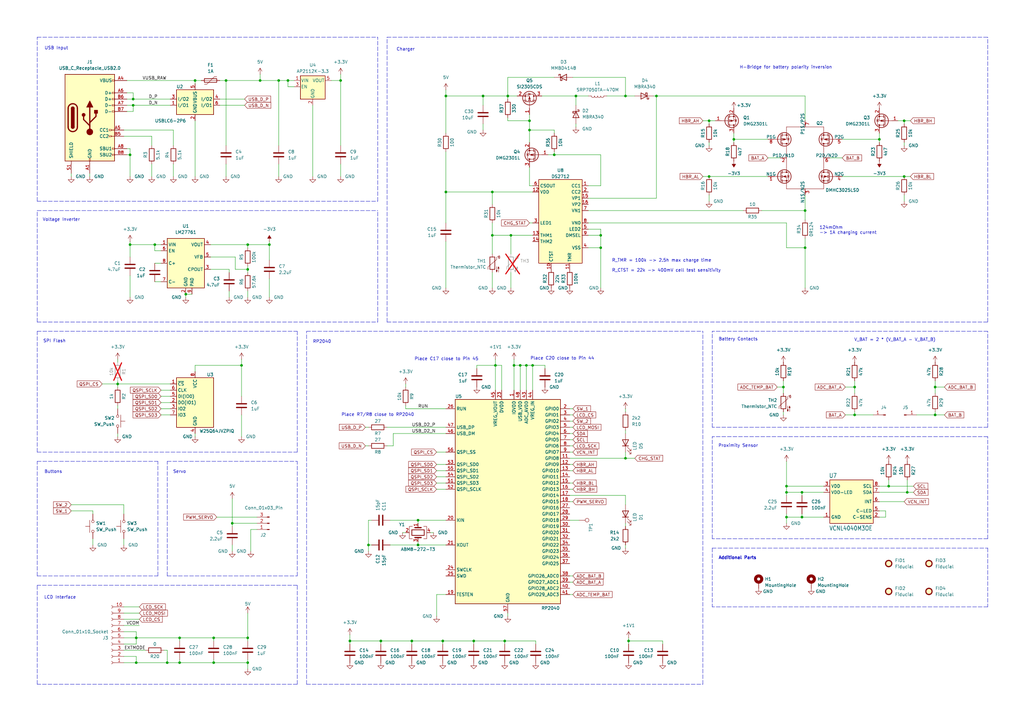
<source format=kicad_sch>
(kicad_sch (version 20231120) (generator "eeschema") (generator_version "8.0")
  (paper "A3")
  (title_block (title "SPINC AA Charger") (date "2024-10-03") (rev "2") (company "Maximilian Kern"))
  (junction (at 68.58 271.78))
  (junction (at 114.3 33.02))
  (junction (at 256.54 187.96))
  (junction (at 257.81 262.89))
  (junction (at 76.2 120.65))
  (junction (at 156.21 262.89))
  (junction (at 383.54 158.75))
  (junction (at 370.84 49.53))
  (junction (at 210.82 149.86))
  (junction (at 322.58 199.39))
  (junction (at 99.06 149.86))
  (junction (at 330.2 101.6))
  (junction (at 55.88 271.78))
  (junction (at 182.88 78.74))
  (junction (at 55.88 261.62))
  (junction (at 194.31 262.89))
  (junction (at 246.38 101.6))
  (junction (at 207.01 262.89))
  (junction (at 290.83 72.39))
  (junction (at 322.58 212.09))
  (junction (at 171.45 223.52))
  (junction (at 290.83 49.53))
  (junction (at 209.55 96.52))
  (junction (at 53.34 100.33))
  (junction (at 106.68 33.02))
  (junction (at 54.61 43.18))
  (junction (at 322.58 201.93))
  (junction (at 370.84 72.39))
  (junction (at 139.7 33.02))
  (junction (at 201.93 96.52))
  (junction (at 246.38 96.52))
  (junction (at 53.34 63.5))
  (junction (at 54.61 40.64))
  (junction (at 321.31 158.75))
  (junction (at 300.99 57.15))
  (junction (at 87.63 271.78))
  (junction (at 80.01 33.02))
  (junction (at 350.52 158.75))
  (junction (at 328.93 212.09))
  (junction (at 48.26 157.48))
  (junction (at 95.25 214.63))
  (junction (at 87.63 261.62))
  (junction (at 168.91 262.89))
  (junction (at 213.36 149.86))
  (junction (at 201.93 78.74))
  (junction (at 101.6 110.49))
  (junction (at 208.28 39.37))
  (junction (at 227.33 63.5))
  (junction (at 203.2 149.86))
  (junction (at 350.52 170.18))
  (junction (at 383.54 170.18))
  (junction (at 143.51 262.89))
  (junction (at 215.9 149.86))
  (junction (at 101.6 100.33))
  (junction (at 360.68 57.15))
  (junction (at 330.2 86.36))
  (junction (at 198.12 39.37))
  (junction (at 328.93 201.93))
  (junction (at 73.66 271.78))
  (junction (at 92.71 33.02))
  (junction (at 151.13 223.52))
  (junction (at 63.5 100.33))
  (junction (at 73.66 261.62))
  (junction (at 269.24 39.37))
  (junction (at 364.49 199.39))
  (junction (at 110.49 100.33))
  (junction (at 101.6 261.62))
  (junction (at 217.17 49.53))
  (junction (at 182.88 39.37))
  (junction (at 217.17 53.34))
  (junction (at 256.54 39.37))
  (junction (at 101.6 271.78))
  (junction (at 236.22 39.37))
  (junction (at 171.45 213.36))
  (junction (at 372.11 201.93))
  (junction (at 118.11 33.02))
  (junction (at 181.61 262.89))
  (junction (at 218.44 149.86))
  (polyline (pts (xy 15.24 132.08) (xy 15.24 86.36)) (stroke (width 0) (type dash)))
  (wire (pts (xy 330.2 86.36) (xy 330.2 80.01)))
  (wire (pts (xy 68.58 266.7) (xy 68.58 271.78)))
  (wire (pts (xy 217.17 53.34) (xy 227.33 53.34)))
  (wire (pts (xy 314.96 57.15) (xy 300.99 57.15)))
  (wire (pts (xy 179.07 200.66) (xy 182.88 200.66)))
  (wire (pts (xy 346.71 170.18) (xy 350.52 170.18)))
  (wire (pts (xy 248.92 39.37) (xy 256.54 39.37)))
  (wire (pts (xy 50.8 256.54) (xy 57.15 256.54)))
  (wire (pts (xy 93.98 110.49) (xy 93.98 111.76)))
  (wire (pts (xy 86.36 100.33) (xy 101.6 100.33)))
  (wire (pts (xy 256.54 187.96) (xy 260.35 187.96)))
  (wire (pts (xy 345.44 57.15) (xy 360.68 57.15)))
  (wire (pts (xy 234.95 200.66) (xy 233.68 200.66)))
  (wire (pts (xy 257.81 261.62) (xy 257.81 262.89)))
  (polyline (pts (xy 125.73 135.89) (xy 288.29 135.89)) (stroke (width 0) (type dash)))
  (wire (pts (xy 246.38 93.98) (xy 246.38 96.52)))
  (wire (pts (xy 50.8 266.7) (xy 59.69 266.7)))
  (polyline (pts (xy 292.1 224.79) (xy 292.1 248.92)) (stroke (width 0) (type dash)))
  (wire (pts (xy 50.8 210.82) (xy 50.8 207.01)))
  (polyline (pts (xy 288.29 280.67) (xy 288.29 135.89)) (stroke (width 0) (type dash)))
  (wire (pts (xy 215.9 149.86) (xy 218.44 149.86)))
  (wire (pts (xy 160.02 223.52) (xy 171.45 223.52)))
  (polyline (pts (xy 405.13 224.79) (xy 405.13 248.92)) (stroke (width 0) (type dash)))
  (polyline (pts (xy 121.92 236.22) (xy 121.92 189.23)) (stroke (width 0) (type dash)))
  (wire (pts (xy 102.87 217.17) (xy 105.41 217.17)))
  (wire (pts (xy 256.54 167.64) (xy 256.54 168.91)))
  (wire (pts (xy 256.54 31.75) (xy 256.54 39.37)))
  (wire (pts (xy 139.7 67.31) (xy 139.7 72.39)))
  (wire (pts (xy 205.74 160.02) (xy 205.74 149.86)))
  (wire (pts (xy 322.58 201.93) (xy 322.58 203.2)))
  (wire (pts (xy 54.61 40.64) (xy 69.85 40.64)))
  (polyline (pts (xy 158.75 132.08) (xy 405.13 132.08)) (stroke (width 0) (type dash)))
  (polyline (pts (xy 15.24 185.42) (xy 15.24 135.89)) (stroke (width 0) (type dash)))
  (wire (pts (xy 203.2 147.32) (xy 203.2 149.86)))
  (polyline (pts (xy 15.24 82.55) (xy 15.24 15.24)) (stroke (width 0) (type dash)))
  (wire (pts (xy 209.55 96.52) (xy 209.55 104.14)))
  (polyline (pts (xy 405.13 175.26) (xy 405.13 135.89)) (stroke (width 0) (type dash)))
  (wire (pts (xy 370.84 49.53) (xy 373.38 49.53)))
  (wire (pts (xy 118.11 33.02) (xy 118.11 35.56)))
  (wire (pts (xy 76.2 120.65) (xy 76.2 121.92)))
  (wire (pts (xy 101.6 109.22) (xy 101.6 110.49)))
  (wire (pts (xy 194.31 262.89) (xy 207.01 262.89)))
  (wire (pts (xy 198.12 39.37) (xy 198.12 43.18)))
  (wire (pts (xy 182.88 39.37) (xy 198.12 39.37)))
  (wire (pts (xy 52.07 45.72) (xy 54.61 45.72)))
  (wire (pts (xy 166.37 166.37) (xy 166.37 167.64)))
  (polyline (pts (xy 154.94 82.55) (xy 154.94 15.24)) (stroke (width 0) (type dash)))
  (wire (pts (xy 208.28 252.73) (xy 208.28 251.46)))
  (wire (pts (xy 63.5 115.57) (xy 66.04 115.57)))
  (wire (pts (xy 233.68 187.96) (xy 256.54 187.96)))
  (wire (pts (xy 364.49 199.39) (xy 374.65 199.39)))
  (wire (pts (xy 213.36 160.02) (xy 213.36 149.86)))
  (wire (pts (xy 62.23 55.88) (xy 62.23 59.69)))
  (wire (pts (xy 372.11 196.85) (xy 372.11 201.93)))
  (wire (pts (xy 330.2 118.11) (xy 330.2 101.6)))
  (wire (pts (xy 168.91 262.89) (xy 168.91 264.16)))
  (wire (pts (xy 182.88 62.23) (xy 182.88 78.74)))
  (polyline (pts (xy 158.75 132.08) (xy 158.75 15.24)) (stroke (width 0) (type dash)))
  (wire (pts (xy 139.7 33.02) (xy 139.7 59.69)))
  (wire (pts (xy 80.01 149.86) (xy 80.01 152.4)))
  (polyline (pts (xy 15.24 135.89) (xy 121.92 135.89)) (stroke (width 0) (type dash)))
  (wire (pts (xy 217.17 76.2) (xy 218.44 76.2)))
  (wire (pts (xy 52.07 40.64) (xy 54.61 40.64)))
  (wire (pts (xy 29.21 207.01) (xy 50.8 207.01)))
  (wire (pts (xy 41.91 157.48) (xy 48.26 157.48)))
  (polyline (pts (xy 158.75 15.24) (xy 405.13 15.24)) (stroke (width 0) (type dash)))
  (wire (pts (xy 90.17 43.18) (xy 100.33 43.18)))
  (wire (pts (xy 71.12 53.34) (xy 71.12 59.69)))
  (wire (pts (xy 217.17 91.44) (xy 218.44 91.44)))
  (wire (pts (xy 54.61 43.18) (xy 69.85 43.18)))
  (wire (pts (xy 151.13 213.36) (xy 151.13 223.52)))
  (polyline (pts (xy 405.13 220.98) (xy 292.1 220.98)) (stroke (width 0) (type dash)))
  (polyline (pts (xy 405.13 248.92) (xy 292.1 248.92)) (stroke (width 0) (type dash)))
  (wire (pts (xy 236.22 39.37) (xy 236.22 43.18)))
  (wire (pts (xy 106.68 33.02) (xy 114.3 33.02)))
  (wire (pts (xy 208.28 39.37) (xy 212.09 39.37)))
  (wire (pts (xy 55.88 271.78) (xy 55.88 269.24)))
  (wire (pts (xy 181.61 262.89) (xy 194.31 262.89)))
  (polyline (pts (xy 68.58 236.22) (xy 68.58 189.23)) (stroke (width 0) (type dash)))
  (wire (pts (xy 168.91 262.89) (xy 181.61 262.89)))
  (wire (pts (xy 370.84 59.69) (xy 370.84 58.42)))
  (wire (pts (xy 201.93 96.52) (xy 201.93 104.14)))
  (wire (pts (xy 233.68 243.84) (xy 234.95 243.84)))
  (polyline (pts (xy 15.24 185.42) (xy 121.92 185.42)) (stroke (width 0) (type dash)))
  (wire (pts (xy 322.58 212.09) (xy 322.58 214.63)))
  (wire (pts (xy 370.84 82.55) (xy 370.84 80.01)))
  (wire (pts (xy 234.95 193.04) (xy 233.68 193.04)))
  (wire (pts (xy 66.04 102.87) (xy 63.5 102.87)))
  (wire (pts (xy 95.25 214.63) (xy 95.25 215.9)))
  (wire (pts (xy 234.95 172.72) (xy 233.68 172.72)))
  (wire (pts (xy 96.52 105.41) (xy 96.52 110.49)))
  (wire (pts (xy 288.29 72.39) (xy 290.83 72.39)))
  (wire (pts (xy 182.88 78.74) (xy 182.88 91.44)))
  (wire (pts (xy 227.33 62.23) (xy 227.33 63.5)))
  (polyline (pts (xy 15.24 132.08) (xy 154.94 132.08)) (stroke (width 0) (type dash)))
  (polyline (pts (xy 405.13 132.08) (xy 405.13 15.24)) (stroke (width 0) (type dash)))
  (wire (pts (xy 241.3 81.28) (xy 269.24 81.28)))
  (wire (pts (xy 53.34 60.96) (xy 53.34 63.5)))
  (wire (pts (xy 73.66 261.62) (xy 87.63 261.62)))
  (wire (pts (xy 217.17 46.99) (xy 217.17 49.53)))
  (polyline (pts (xy 15.24 86.36) (xy 154.94 86.36)) (stroke (width 0) (type dash)))
  (wire (pts (xy 387.35 170.18) (xy 383.54 170.18)))
  (wire (pts (xy 337.82 212.09) (xy 328.93 212.09)))
  (wire (pts (xy 256.54 224.79) (xy 256.54 223.52)))
  (wire (pts (xy 152.4 213.36) (xy 151.13 213.36)))
  (wire (pts (xy 246.38 96.52) (xy 246.38 101.6)))
  (wire (pts (xy 314.96 64.77) (xy 320.04 64.77)))
  (polyline (pts (xy 292.1 220.98) (xy 292.1 179.07)) (stroke (width 0) (type dash)))
  (polyline (pts (xy 125.73 280.67) (xy 288.29 280.67)) (stroke (width 0) (type dash)))
  (wire (pts (xy 360.68 57.15) (xy 360.68 54.61)))
  (wire (pts (xy 29.21 209.55) (xy 38.1 209.55)))
  (wire (pts (xy 201.93 83.82) (xy 201.93 78.74)))
  (wire (pts (xy 350.52 156.21) (xy 350.52 158.75)))
  (wire (pts (xy 114.3 59.69) (xy 114.3 33.02)))
  (wire (pts (xy 208.28 39.37) (xy 208.28 40.64)))
  (wire (pts (xy 160.02 213.36) (xy 171.45 213.36)))
  (wire (pts (xy 372.11 201.93) (xy 374.65 201.93)))
  (wire (pts (xy 63.5 102.87) (xy 63.5 100.33)))
  (wire (pts (xy 156.21 262.89) (xy 168.91 262.89)))
  (wire (pts (xy 52.07 38.1) (xy 54.61 38.1)))
  (wire (pts (xy 166.37 157.48) (xy 166.37 158.75)))
  (wire (pts (xy 210.82 149.86) (xy 213.36 149.86)))
  (wire (pts (xy 234.95 205.74) (xy 233.68 205.74)))
  (wire (pts (xy 203.2 149.86) (xy 195.58 149.86)))
  (wire (pts (xy 179.07 243.84) (xy 179.07 252.73)))
  (wire (pts (xy 66.04 162.56) (xy 69.85 162.56)))
  (wire (pts (xy 227.33 63.5) (xy 246.38 63.5)))
  (wire (pts (xy 208.28 49.53) (xy 208.28 48.26)))
  (wire (pts (xy 312.42 86.36) (xy 330.2 86.36)))
  (wire (pts (xy 290.83 72.39) (xy 314.96 72.39)))
  (wire (pts (xy 151.13 223.52) (xy 152.4 223.52)))
  (wire (pts (xy 182.88 78.74) (xy 201.93 78.74)))
  (wire (pts (xy 241.3 96.52) (xy 246.38 96.52)))
  (wire (pts (xy 177.8 218.44) (xy 176.53 218.44)))
  (wire (pts (xy 88.9 212.09) (xy 105.41 212.09)))
  (wire (pts (xy 218.44 149.86) (xy 223.52 149.86)))
  (wire (pts (xy 233.68 203.2) (xy 256.54 203.2)))
  (wire (pts (xy 322.58 199.39) (xy 322.58 201.93)))
  (wire (pts (xy 321.31 158.75) (xy 321.31 161.29)))
  (wire (pts (xy 205.74 149.86) (xy 203.2 149.86)))
  (polyline (pts (xy 405.13 224.79) (xy 405.13 224.79)) (stroke (width 0) (type dash)))
  (wire (pts (xy 345.44 72.39) (xy 370.84 72.39)))
  (wire (pts (xy 156.21 262.89) (xy 156.21 264.16)))
  (wire (pts (xy 50.8 55.88) (xy 62.23 55.88)))
  (wire (pts (xy 48.26 158.75) (xy 48.26 157.48)))
  (wire (pts (xy 182.88 167.64) (xy 166.37 167.64)))
  (polyline (pts (xy 15.24 82.55) (xy 154.94 82.55)) (stroke (width 0) (type dash)))
  (wire (pts (xy 101.6 270.51) (xy 101.6 271.78)))
  (wire (pts (xy 53.34 99.06) (xy 53.34 100.33)))
  (wire (pts (xy 350.52 158.75) (xy 350.52 161.29)))
  (polyline (pts (xy 154.94 132.08) (xy 154.94 86.36)) (stroke (width 0) (type dash)))
  (wire (pts (xy 95.25 223.52) (xy 95.25 226.06)))
  (wire (pts (xy 99.06 147.32) (xy 99.06 149.86)))
  (wire (pts (xy 213.36 149.86) (xy 215.9 149.86)))
  (wire (pts (xy 217.17 49.53) (xy 217.17 53.34)))
  (polyline (pts (xy 121.92 185.42) (xy 121.92 135.89)) (stroke (width 0) (type dash)))
  (wire (pts (xy 92.71 33.02) (xy 90.17 33.02)))
  (wire (pts (xy 55.88 259.08) (xy 55.88 261.62)))
  (wire (pts (xy 383.54 170.18) (xy 383.54 168.91)))
  (wire (pts (xy 135.89 33.02) (xy 139.7 33.02)))
  (wire (pts (xy 48.26 167.64) (xy 48.26 166.37)))
  (wire (pts (xy 210.82 147.32) (xy 210.82 149.86)))
  (wire (pts (xy 241.3 86.36) (xy 304.8 86.36)))
  (wire (pts (xy 66.04 165.1) (xy 69.85 165.1)))
  (wire (pts (xy 360.68 199.39) (xy 364.49 199.39)))
  (wire (pts (xy 370.84 72.39) (xy 373.38 72.39)))
  (wire (pts (xy 29.21 71.12) (xy 29.21 72.39)))
  (wire (pts (xy 101.6 271.78) (xy 101.6 274.32)))
  (wire (pts (xy 149.86 182.88) (xy 151.13 182.88)))
  (wire (pts (xy 269.24 39.37) (xy 330.2 39.37)))
  (wire (pts (xy 66.04 100.33) (xy 63.5 100.33)))
  (wire (pts (xy 218.44 149.86) (xy 218.44 160.02)))
  (wire (pts (xy 62.23 67.31) (xy 62.23 72.39)))
  (wire (pts (xy 350.52 168.91) (xy 350.52 170.18)))
  (wire (pts (xy 50.8 264.16) (xy 55.88 264.16)))
  (wire (pts (xy 86.36 105.41) (xy 96.52 105.41)))
  (wire (pts (xy 95.25 204.47) (xy 95.25 214.63)))
  (wire (pts (xy 256.54 203.2) (xy 256.54 207.01)))
  (wire (pts (xy 101.6 251.46) (xy 101.6 261.62)))
  (wire (pts (xy 149.86 175.26) (xy 151.13 175.26)))
  (wire (pts (xy 106.68 33.02) (xy 106.68 30.48)))
  (wire (pts (xy 241.3 93.98) (xy 246.38 93.98)))
  (wire (pts (xy 48.26 157.48) (xy 69.85 157.48)))
  (wire (pts (xy 101.6 101.6) (xy 101.6 100.33)))
  (polyline (pts (xy 405.13 179.07) (xy 292.1 179.07)) (stroke (width 0) (type dash)))
  (wire (pts (xy 203.2 160.02) (xy 203.2 149.86)))
  (wire (pts (xy 322.58 189.23) (xy 322.58 199.39)))
  (wire (pts (xy 139.7 30.48) (xy 139.7 33.02)))
  (wire (pts (xy 288.29 49.53) (xy 290.83 49.53)))
  (wire (pts (xy 383.54 170.18) (xy 375.92 170.18)))
  (wire (pts (xy 93.98 119.38) (xy 93.98 121.92)))
  (wire (pts (xy 99.06 149.86) (xy 99.06 162.56)))
  (wire (pts (xy 208.28 49.53) (xy 217.17 49.53)))
  (wire (pts (xy 201.93 91.44) (xy 201.93 96.52)))
  (wire (pts (xy 66.04 167.64) (xy 69.85 167.64)))
  (wire (pts (xy 201.93 78.74) (xy 218.44 78.74)))
  (wire (pts (xy 68.58 271.78) (xy 73.66 271.78)))
  (wire (pts (xy 269.24 39.37) (xy 269.24 81.28)))
  (wire (pts (xy 63.5 100.33) (xy 53.34 100.33)))
  (wire (pts (xy 290.83 49.53) (xy 293.37 49.53)))
  (wire (pts (xy 234.95 175.26) (xy 233.68 175.26)))
  (polyline (pts (xy 125.73 280.67) (xy 125.73 135.89)) (stroke (width 0) (type dash)))
  (wire (pts (xy 92.71 33.02) (xy 106.68 33.02)))
  (wire (pts (xy 321.31 156.21) (xy 321.31 158.75)))
  (wire (pts (xy 50.8 259.08) (xy 55.88 259.08)))
  (wire (pts (xy 234.95 190.5) (xy 233.68 190.5)))
  (wire (pts (xy 208.28 39.37) (xy 208.28 31.75)))
  (wire (pts (xy 182.88 99.06) (xy 182.88 118.11)))
  (wire (pts (xy 322.58 199.39) (xy 337.82 199.39)))
  (wire (pts (xy 241.3 76.2) (xy 246.38 76.2)))
  (wire (pts (xy 73.66 270.51) (xy 73.66 271.78)))
  (polyline (pts (xy 292.1 175.26) (xy 292.1 135.89)) (stroke (width 0) (type dash)))
  (wire (pts (xy 328.93 210.82) (xy 328.93 212.09)))
  (wire (pts (xy 328.93 201.93) (xy 328.93 203.2)))
  (wire (pts (xy 364.49 196.85) (xy 364.49 199.39)))
  (wire (pts (xy 76.2 120.65) (xy 78.74 120.65)))
  (wire (pts (xy 234.95 185.42) (xy 233.68 185.42)))
  (wire (pts (xy 337.82 201.93) (xy 328.93 201.93)))
  (wire (pts (xy 161.29 177.8) (xy 182.88 177.8)))
  (wire (pts (xy 234.95 167.64) (xy 233.68 167.64)))
  (wire (pts (xy 257.81 262.89) (xy 271.78 262.89)))
  (wire (pts (xy 128.27 43.18) (xy 128.27 72.39)))
  (wire (pts (xy 55.88 261.62) (xy 55.88 264.16)))
  (wire (pts (xy 194.31 264.16) (xy 194.31 262.89)))
  (wire (pts (xy 38.1 210.82) (xy 38.1 209.55)))
  (wire (pts (xy 224.79 63.5) (xy 227.33 63.5)))
  (wire (pts (xy 50.8 271.78) (xy 55.88 271.78)))
  (wire (pts (xy 210.82 149.86) (xy 210.82 160.02)))
  (wire (pts (xy 256.54 187.96) (xy 256.54 185.42)))
  (wire (pts (xy 208.28 31.75) (xy 227.33 31.75)))
  (wire (pts (xy 256.54 177.8) (xy 256.54 176.53)))
  (wire (pts (xy 383.54 156.21) (xy 383.54 158.75)))
  (wire (pts (xy 99.06 170.18) (xy 99.06 179.07)))
  (polyline (pts (xy 121.92 280.67) (xy 121.92 240.03)) (stroke (width 0) (type dash)))
  (wire (pts (xy 256.54 39.37) (xy 260.35 39.37)))
  (wire (pts (xy 227.33 54.61) (xy 227.33 53.34)))
  (wire (pts (xy 50.8 269.24) (xy 55.88 269.24)))
  (wire (pts (xy 360.68 205.74) (xy 370.84 205.74)))
  (wire (pts (xy 118.11 33.02) (xy 120.65 33.02)))
  (wire (pts (xy 55.88 271.78) (xy 68.58 271.78)))
  (wire (pts (xy 110.49 106.68) (xy 110.49 100.33)))
  (wire (pts (xy 182.88 243.84) (xy 179.07 243.84)))
  (wire (pts (xy 363.22 209.55) (xy 363.22 212.09)))
  (wire (pts (xy 73.66 261.62) (xy 73.66 262.89)))
  (wire (pts (xy 387.35 158.75) (xy 383.54 158.75)))
  (wire (pts (xy 234.95 170.18) (xy 233.68 170.18)))
  (wire (pts (xy 80.01 49.53) (xy 80.01 72.39)))
  (wire (pts (xy 165.1 218.44) (xy 166.37 218.44)))
  (wire (pts (xy 195.58 149.86) (xy 195.58 151.13)))
  (wire (pts (xy 300.99 57.15) (xy 300.99 54.61)))
  (wire (pts (xy 233.68 236.22) (xy 234.95 236.22)))
  (wire (pts (xy 82.55 33.02) (xy 80.01 33.02)))
  (wire (pts (xy 233.68 213.36) (xy 237.49 213.36)))
  (wire (pts (xy 330.2 39.37) (xy 330.2 49.53)))
  (wire (pts (xy 53.34 63.5) (xy 53.34 72.39)))
  (wire (pts (xy 267.97 39.37) (xy 269.24 39.37)))
  (wire (pts (xy 350.52 170.18) (xy 358.14 170.18)))
  (polyline (pts (xy 405.13 220.98) (xy 405.13 179.07)) (stroke (width 0) (type dash)))
  (wire (pts (xy 256.54 214.63) (xy 256.54 215.9)))
  (wire (pts (xy 80.01 33.02) (xy 80.01 34.29)))
  (wire (pts (xy 48.26 177.8) (xy 48.26 179.07)))
  (wire (pts (xy 236.22 50.8) (xy 236.22 52.07)))
  (wire (pts (xy 102.87 217.17) (xy 102.87 226.06)))
  (wire (pts (xy 158.75 175.26) (xy 182.88 175.26)))
  (polyline (pts (xy 15.24 236.22) (xy 15.24 189.23)) (stroke (width 0) (type dash)))
  (wire (pts (xy 198.12 53.34) (xy 198.12 50.8)))
  (wire (pts (xy 87.63 271.78) (xy 101.6 271.78)))
  (wire (pts (xy 54.61 45.72) (xy 54.61 43.18)))
  (wire (pts (xy 179.07 190.5) (xy 182.88 190.5)))
  (polyline (pts (xy 15.24 189.23) (xy 64.77 189.23)) (stroke (width 0) (type dash)))
  (wire (pts (xy 158.75 182.88) (xy 161.29 182.88)))
  (wire (pts (xy 95.25 214.63) (xy 105.41 214.63)))
  (wire (pts (xy 63.5 107.95) (xy 66.04 107.95)))
  (wire (pts (xy 234.95 31.75) (xy 256.54 31.75)))
  (wire (pts (xy 50.8 254) (xy 57.15 254)))
  (wire (pts (xy 182.88 36.83) (xy 182.88 39.37)))
  (wire (pts (xy 257.81 264.16) (xy 257.81 262.89)))
  (wire (pts (xy 48.26 148.59) (xy 48.26 147.32)))
  (wire (pts (xy 143.51 260.35) (xy 143.51 262.89)))
  (wire (pts (xy 66.04 160.02) (xy 69.85 160.02)))
  (wire (pts (xy 201.93 96.52) (xy 209.55 96.52)))
  (wire (pts (xy 219.71 262.89) (xy 219.71 264.16)))
  (wire (pts (xy 246.38 76.2) (xy 246.38 63.5)))
  (wire (pts (xy 370.84 49.53) (xy 370.84 50.8)))
  (wire (pts (xy 92.71 33.02) (xy 92.71 59.69)))
  (wire (pts (xy 50.8 53.34) (xy 71.12 53.34)))
  (wire (pts (xy 80.01 179.07) (xy 80.01 177.8)))
  (wire (pts (xy 50.8 248.92) (xy 57.15 248.92)))
  (wire (pts (xy 290.83 82.55) (xy 290.83 80.01)))
  (wire (pts (xy 55.88 261.62) (xy 73.66 261.62)))
  (polyline (pts (xy 15.24 236.22) (xy 64.77 236.22)) (stroke (width 0) (type dash)))
  (polyline (pts (xy 64.77 236.22) (xy 64.77 189.23)) (stroke (width 0) (type dash)))
  (wire (pts (xy 217.17 68.58) (xy 217.17 76.2)))
  (wire (pts (xy 236.22 39.37) (xy 241.3 39.37)))
  (wire (pts (xy 96.52 110.49) (xy 101.6 110.49)))
  (wire (pts (xy 143.51 264.16) (xy 143.51 262.89)))
  (polyline (pts (xy 15.24 280.67) (xy 15.24 240.03)) (stroke (width 0) (type dash)))
  (wire (pts (xy 328.93 201.93) (xy 322.58 201.93)))
  (wire (pts (xy 271.78 262.89) (xy 271.78 264.16)))
  (wire (pts (xy 101.6 261.62) (xy 101.6 262.89)))
  (wire (pts (xy 383.54 158.75) (xy 383.54 161.29)))
  (wire (pts (xy 217.17 53.34) (xy 217.17 58.42)))
  (wire (pts (xy 360.68 201.93) (xy 372.11 201.93)))
  (wire (pts (xy 92.71 72.39) (xy 92.71 67.31)))
  (wire (pts (xy 101.6 110.49) (xy 101.6 111.76)))
  (wire (pts (xy 171.45 223.52) (xy 171.45 222.25)))
  (wire (pts (xy 120.65 35.56) (xy 118.11 35.56)))
  (wire (pts (xy 179.07 185.42) (xy 182.88 185.42)))
  (polyline (pts (xy 292.1 224.79) (xy 405.13 224.79)) (stroke (width 0) (type dash)))
  (wire (pts (xy 66.04 170.18) (xy 69.85 170.18)))
  (wire (pts (xy 207.01 262.89) (xy 219.71 262.89)))
  (wire (pts (xy 182.88 213.36) (xy 171.45 213.36)))
  (wire (pts (xy 87.63 261.62) (xy 101.6 261.62)))
  (wire (pts (xy 198.12 39.37) (xy 208.28 39.37)))
  (wire (pts (xy 110.49 99.06) (xy 110.49 100.33)))
  (wire (pts (xy 52.07 63.5) (xy 53.34 63.5)))
  (wire (pts (xy 209.55 111.76) (xy 209.55 118.11)))
  (wire (pts (xy 207.01 262.89) (xy 207.01 264.16)))
  (polyline (pts (xy 121.92 240.03) (xy 15.24 240.03)) (stroke (width 0) (type dash)))
  (wire (pts (xy 110.49 114.3) (xy 110.49 121.92)))
  (wire (pts (xy 53.34 100.33) (xy 53.34 105.41)))
  (wire (pts (xy 181.61 264.16) (xy 181.61 262.89)))
  (wire (pts (xy 234.95 180.34) (xy 233.68 180.34)))
  (wire (pts (xy 50.8 220.98) (xy 50.8 223.52)))
  (wire (pts (xy 171.45 223.52) (xy 182.88 223.52)))
  (wire (pts (xy 321.31 170.18) (xy 321.31 168.91)))
  (wire (pts (xy 330.2 97.79) (xy 330.2 101.6)))
  (wire (pts (xy 87.63 270.51) (xy 87.63 271.78)))
  (wire (pts (xy 322.58 210.82) (xy 322.58 212.09)))
  (wire (pts (xy 161.29 182.88) (xy 161.29 177.8)))
  (wire (pts (xy 209.55 96.52) (xy 218.44 96.52)))
  (wire (pts (xy 201.93 111.76) (xy 201.93 118.11)))
  (wire (pts (xy 215.9 149.86) (xy 215.9 160.02)))
  (wire (pts (xy 67.31 266.7) (xy 68.58 266.7)))
  (wire (pts (xy 368.3 49.53) (xy 370.84 49.53)))
  (wire (pts (xy 114.3 33.02) (xy 118.11 33.02)))
  (wire (pts (xy 38.1 223.52) (xy 38.1 220.98)))
  (wire (pts (xy 300.99 57.15) (xy 300.99 58.42)))
  (wire (pts (xy 290.83 59.69) (xy 290.83 58.42)))
  (wire (pts (xy 241.3 101.6) (xy 246.38 101.6)))
  (wire (pts (xy 179.07 198.12) (xy 182.88 198.12)))
  (wire (pts (xy 346.71 158.75) (xy 350.52 158.75)))
  (wire (pts (xy 71.12 67.31) (xy 71.12 72.39)))
  (polyline (pts (xy 68.58 236.22) (xy 121.92 236.22)) (stroke (width 0) (type dash)))
  (wire (pts (xy 86.36 110.49) (xy 93.98 110.49)))
  (wire (pts (xy 52.07 43.18) (xy 54.61 43.18)))
  (wire (pts (xy 222.25 39.37) (xy 236.22 39.37)))
  (wire (pts (xy 53.34 113.03) (xy 53.34 121.92)))
  (wire (pts (xy 234.95 182.88) (xy 233.68 182.88)))
  (wire (pts (xy 52.07 33.02) (xy 80.01 33.02)))
  (wire (pts (xy 52.07 60.96) (xy 53.34 60.96)))
  (wire (pts (xy 223.52 151.13) (xy 223.52 149.86)))
  (wire (pts (xy 114.3 67.31) (xy 114.3 72.39)))
  (wire (pts (xy 290.83 49.53) (xy 290.83 50.8)))
  (wire (pts (xy 73.66 271.78) (xy 87.63 271.78)))
  (wire (pts (xy 360.68 58.42) (xy 360.68 57.15)))
  (wire (pts (xy 321.31 158.75) (xy 318.77 158.75)))
  (polyline (pts (xy 68.58 189.23) (xy 121.92 189.23)) (stroke (width 0) (type dash)))
  (wire (pts (xy 54.61 40.64) (xy 54.61 38.1)))
  (wire (pts (xy 87.63 261.62) (xy 87.63 262.89)))
  (wire (pts (xy 322.58 101.6) (xy 330.2 101.6)))
  (wire (pts (xy 90.17 40.64) (xy 100.33 40.64)))
  (wire (pts (xy 143.51 262.89) (xy 156.21 262.89)))
  (wire (pts (xy 151.13 223.52) (xy 151.13 226.06)))
  (wire (pts (xy 50.8 261.62) (xy 55.88 261.62)))
  (wire (pts (xy 101.6 100.33) (xy 110.49 100.33)))
  (wire (pts (xy 234.95 198.12) (xy 233.68 198.12)))
  (wire (pts (xy 80.01 149.86) (xy 99.06 149.86)))
  (wire (pts (xy 330.2 90.17) (xy 330.2 86.36)))
  (wire (pts (xy 171.45 213.36) (xy 171.45 214.63)))
  (wire (pts (xy 36.83 71.12) (xy 36.83 72.39)))
  (polyline (pts (xy 121.92 280.67) (xy 15.24 280.67)) (stroke (width 0) (type dash)))
  (wire (pts (xy 360.68 212.09) (xy 363.22 212.09)))
  (wire (pts (xy 233.68 238.76) (xy 234.95 238.76)))
  (polyline (pts (xy 15.24 15.24) (xy 154.94 15.24)) (stroke (width 0) (type dash)))
  (wire (pts (xy 50.8 251.46) (xy 57.15 251.46)))
  (wire (pts (xy 101.6 119.38) (xy 101.6 121.92)))
  (wire (pts (xy 345.44 64.77) (xy 340.36 64.77)))
  (wire (pts (xy 179.07 195.58) (xy 182.88 195.58)))
  (wire (pts (xy 48.26 156.21) (xy 48.26 157.48)))
  (wire (pts (xy 328.93 212.09) (xy 322.58 212.09)))
  (wire (pts (xy 246.38 101.6) (xy 246.38 118.11)))
  (wire (pts (xy 360.68 209.55) (xy 363.22 209.55)))
  (wire (pts (xy 234.95 177.8) (xy 233.68 177.8)))
  (wire (pts (xy 241.3 91.44) (xy 322.58 91.44)))
  (polyline (pts (xy 405.13 135.89) (xy 292.1 135.89)) (stroke (width 0) (type dash)))
  (polyline (pts (xy 405.13 175.26) (xy 292.1 175.26)) (stroke (width 0) (type dash)))
  (wire (pts (xy 322.58 91.44) (xy 322.58 101.6)))
  (wire (pts (xy 179.07 193.04) (xy 182.88 193.04)))
  (wire (pts (xy 182.88 39.37) (xy 182.88 54.61)))
  (text "RP2040" (at 132.08 140.208 0) (effects (font (size 1.27 1.27))))
  (text "Place C17 close to Pin 45" (at 183.134 147.32 0) (effects (font (size 1.27 1.27))))
  (text "Voltage Inverter" (at 25.146 90.17 0) (effects (font (size 1.27 1.27))))
  (text "Buttons" (at 21.844 193.548 0) (effects (font (size 1.27 1.27))))
  (text "Charger" (at 166.37 20.32 0) (effects (font (size 1.27 1.27))))
  (text "H-Bridge for battery polarity inversion" (at 322.326 27.686 0) (effects (font (size 1.27 1.27))))
  (text "Place R7/R8 close to RP2040" (at 154.94 170.18 0) (effects (font (size 1.27 1.27))))
  (text "SPI Flash" (at 22.352 139.954 0) (effects (font (size 1.27 1.27))))
  (text "Battery Contacts" (at 302.768 139.192 0) (effects (font (size 1.27 1.27))))
  (text "Additional Parts" (at 294.64 229.616 0) (effects (font (size 1.27 1.27) (thickness 0.254) (bold yes)) (justify left bottom)))
  (text "Place C20 close to Pin 44" (at 230.632 147.066 0) (effects (font (size 1.27 1.27))))
  (text "Servo" (at 73.66 193.548 0) (effects (font (size 1.27 1.27))))
  (text "V_BAT = 2 * (V_BAT_A - V_BAT_B)" (at 367.03 139.446 0) (effects (font (size 1.27 1.27))))
  (text "LCD Interface" (at 24.638 245.11 0) (effects (font (size 1.27 1.27))))
  (text "USB Input" (at 23.114 19.812 0) (effects (font (size 1.27 1.27))))
  (text "Proximity Sensor" (at 302.768 182.88 0) (effects (font (size 1.27 1.27))))
  (text "124mOhm\n-> 1A charging current" (at 336.042 94.488 0) (effects (font (size 1.27 1.27)) (justify left)))
  (text "R_TMR = 100k -> 2.5h max charge time\n\nR_CTST = 22k -> 400mV cell test sensitivity" (at 250.952 108.966 0) (effects (font (size 1.27 1.27)) (justify left)))
  (label "VUSB_RAW" (at 58.42 33.02 0))
  (label "VCOM" (at 57.15 256.54 180))
  (label "USB_D2_N" (at 168.91 177.8 0))
  (label "EXTMODE" (at 59.69 266.7 180))
  (label "D_P" (at 60.96 40.64 0))
  (label "RUN" (at 171.45 167.64 0))
  (label "USB_D2_P" (at 168.91 175.26 0))
  (label "D_N" (at 60.96 43.18 0))
  (global_label "ADC_BAT_B" (shape input) (at 234.95 236.22 0) (property "Intersheetrefs" "${INTERSHEET_REFS}" (effects (hide yes))))
  (global_label "BAT_B" (shape input) (at 387.35 170.18 0) (property "Intersheetrefs" "${INTERSHEET_REFS}" (effects (hide yes))))
  (global_label "QSPI_SD2" (shape input) (at 66.04 167.64 180) (property "Intersheetrefs" "${INTERSHEET_REFS}" (effects (hide yes))))
  (global_label "QSPI_SCLK" (shape input) (at 179.07 200.66 180) (property "Intersheetrefs" "${INTERSHEET_REFS}" (effects (hide yes))))
  (global_label "LCD_SCK" (shape input) (at 234.95 182.88 0) (property "Intersheetrefs" "${INTERSHEET_REFS}" (effects (hide yes))))
  (global_label "BAT_A" (shape input) (at 314.96 64.77 180) (property "Intersheetrefs" "${INTERSHEET_REFS}" (effects (hide yes))))
  (global_label "USB_D_N" (shape input) (at 100.33 43.18 0) (property "Intersheetrefs" "${INTERSHEET_REFS}" (effects (hide yes))))
  (global_label "LCD_MOSI" (shape input) (at 234.95 175.26 0) (property "Intersheetrefs" "${INTERSHEET_REFS}" (effects (hide yes))))
  (global_label "QSPI_SCLK" (shape input) (at 66.04 160.02 180) (property "Intersheetrefs" "${INTERSHEET_REFS}" (effects (hide yes))))
  (global_label "PWM_SERVO" (shape input) (at 88.9 212.09 180) (property "Intersheetrefs" "${INTERSHEET_REFS}" (effects (hide yes))))
  (global_label "QSPI_SD0" (shape input) (at 179.07 190.5 180) (property "Intersheetrefs" "${INTERSHEET_REFS}" (effects (hide yes))))
  (global_label "BAT_A" (shape input) (at 346.71 170.18 180) (property "Intersheetrefs" "${INTERSHEET_REFS}" (effects (hide yes))))
  (global_label "HBR_AL" (shape input) (at 234.95 193.04 0) (property "Intersheetrefs" "${INTERSHEET_REFS}" (effects (hide yes))))
  (global_label "SCL" (shape input) (at 234.95 180.34 0) (property "Intersheetrefs" "${INTERSHEET_REFS}" (effects (hide yes))))
  (global_label "QSPI_SD3" (shape input) (at 179.07 198.12 180) (property "Intersheetrefs" "${INTERSHEET_REFS}" (effects (hide yes))))
  (global_label "HBR_BH" (shape input) (at 234.95 200.66 0) (property "Intersheetrefs" "${INTERSHEET_REFS}" (effects (hide yes))))
  (global_label "QSPI_CS" (shape input) (at 179.07 185.42 180) (property "Intersheetrefs" "${INTERSHEET_REFS}" (effects (hide yes))))
  (global_label "LCD_MOSI" (shape input) (at 57.15 251.46 0) (property "Intersheetrefs" "${INTERSHEET_REFS}" (effects (hide yes))))
  (global_label "ADC_BAT_B" (shape input) (at 387.35 158.75 0) (property "Intersheetrefs" "${INTERSHEET_REFS}" (effects (hide yes))))
  (global_label "HBR_BL" (shape input) (at 234.95 198.12 0) (property "Intersheetrefs" "${INTERSHEET_REFS}" (effects (hide yes))))
  (global_label "HBR_AH" (shape input) (at 288.29 49.53 180) (property "Intersheetrefs" "${INTERSHEET_REFS}" (effects (hide yes))))
  (global_label "ADC_TEMP_BAT" (shape input) (at 234.95 243.84 0) (property "Intersheetrefs" "${INTERSHEET_REFS}" (effects (hide yes))))
  (global_label "USB_D_N" (shape input) (at 149.86 182.88 180) (property "Intersheetrefs" "${INTERSHEET_REFS}" (effects (hide yes))))
  (global_label "HBR_AH" (shape input) (at 234.95 190.5 0) (property "Intersheetrefs" "${INTERSHEET_REFS}" (effects (hide yes))))
  (global_label "HBR_BH" (shape input) (at 373.38 49.53 0) (property "Intersheetrefs" "${INTERSHEET_REFS}" (effects (hide yes))))
  (global_label "QSPI_CS" (shape input) (at 41.91 157.48 180) (property "Intersheetrefs" "${INTERSHEET_REFS}" (effects (hide yes))))
  (global_label "USB_D_P" (shape input) (at 149.86 175.26 180) (property "Intersheetrefs" "${INTERSHEET_REFS}" (effects (hide yes))))
  (global_label "QSPI_SD0" (shape input) (at 66.04 162.56 180) (property "Intersheetrefs" "${INTERSHEET_REFS}" (effects (hide yes))))
  (global_label "HBR_AL" (shape input) (at 288.29 72.39 180) (property "Intersheetrefs" "${INTERSHEET_REFS}" (effects (hide yes))))
  (global_label "SW_2" (shape input) (at 234.95 172.72 0) (property "Intersheetrefs" "${INTERSHEET_REFS}" (effects (hide yes))))
  (global_label "LCD_SCK" (shape input) (at 57.15 248.92 0) (property "Intersheetrefs" "${INTERSHEET_REFS}" (effects (hide yes))))
  (global_label "BAT_B" (shape input) (at 345.44 64.77 0) (property "Intersheetrefs" "${INTERSHEET_REFS}" (effects (hide yes))))
  (global_label "CHG_STAT" (shape input) (at 260.35 187.96 0) (property "Intersheetrefs" "${INTERSHEET_REFS}" (effects (hide yes))))
  (global_label "LCD_CS" (shape input) (at 234.95 170.18 0) (property "Intersheetrefs" "${INTERSHEET_REFS}" (effects (hide yes))))
  (global_label "ADC_BAT_A" (shape input) (at 234.95 238.76 0) (property "Intersheetrefs" "${INTERSHEET_REFS}" (effects (hide yes))))
  (global_label "SDA" (shape input) (at 234.95 177.8 0) (property "Intersheetrefs" "${INTERSHEET_REFS}" (effects (hide yes))))
  (global_label "QSPI_SD3" (shape input) (at 66.04 170.18 180) (property "Intersheetrefs" "${INTERSHEET_REFS}" (effects (hide yes))))
  (global_label "ADC_BAT_A" (shape input) (at 346.71 158.75 180) (property "Intersheetrefs" "${INTERSHEET_REFS}" (effects (hide yes))))
  (global_label "SW_2" (shape input) (at 29.21 207.01 180) (property "Intersheetrefs" "${INTERSHEET_REFS}" (effects (hide yes))))
  (global_label "PWM_SERVO" (shape input) (at 234.95 205.74 0) (property "Intersheetrefs" "${INTERSHEET_REFS}" (effects (hide yes))))
  (global_label "QSPI_SD1" (shape input) (at 66.04 165.1 180) (property "Intersheetrefs" "${INTERSHEET_REFS}" (effects (hide yes))))
  (global_label "CHG_STAT" (shape input) (at 217.17 91.44 180) (property "Intersheetrefs" "${INTERSHEET_REFS}" (effects (hide yes))))
  (global_label "SW_1" (shape input) (at 234.95 167.64 0) (property "Intersheetrefs" "${INTERSHEET_REFS}" (effects (hide yes))))
  (global_label "SDA" (shape input) (at 374.65 201.93 0) (property "Intersheetrefs" "${INTERSHEET_REFS}" (effects (hide yes))))
  (global_label "QSPI_SD1" (shape input) (at 179.07 193.04 180) (property "Intersheetrefs" "${INTERSHEET_REFS}" (effects (hide yes))))
  (global_label "ADC_TEMP_BAT" (shape input) (at 318.77 158.75 180) (property "Intersheetrefs" "${INTERSHEET_REFS}" (effects (hide yes))))
  (global_label "SCL" (shape input) (at 374.65 199.39 0) (property "Intersheetrefs" "${INTERSHEET_REFS}" (effects (hide yes))))
  (global_label "SW_1" (shape input) (at 29.21 209.55 180) (property "Intersheetrefs" "${INTERSHEET_REFS}" (effects (hide yes))))
  (global_label "QSPI_SD2" (shape input) (at 179.07 195.58 180) (property "Intersheetrefs" "${INTERSHEET_REFS}" (effects (hide yes))))
  (global_label "VCN_INT" (shape input) (at 234.95 185.42 0) (property "Intersheetrefs" "${INTERSHEET_REFS}" (effects (hide yes))))
  (global_label "VCN_INT" (shape input) (at 370.84 205.74 0) (property "Intersheetrefs" "${INTERSHEET_REFS}" (effects (hide yes))))
  (global_label "USB_D_P" (shape input) (at 100.33 40.64 0) (property "Intersheetrefs" "${INTERSHEET_REFS}" (effects (hide yes))))
  (global_label "LCD_CS" (shape input) (at 57.15 254 0) (property "Intersheetrefs" "${INTERSHEET_REFS}" (effects (hide yes))))
  (global_label "HBR_BL" (shape input) (at 373.38 72.39 0) (property "Intersheetrefs" "${INTERSHEET_REFS}" (effects (hide yes))))
  (symbol (lib_id "power:GND") (at 290.83 59.69 0) (mirror y) (unit 1)
    (property "Reference" "#PWR064" (effects (hide yes)))
    (property "Value" "GND" (at 287.02 59.69 0))
  )
  (symbol (lib_id "Device:Thermistor_NTC") (at 209.55 107.95 0) (mirror y) (unit 1) (in_bom no) (dnp yes)
    (property "Reference" "TH3" (at 213.36 106.9974 0) (effects (justify right)))
    (property "Value" "Thermistor_NTC" (effects (hide yes)))
    (property "Footprint" "OptoDevice:R_LDR_4.9x4.2mm_P2.54mm_Vertical" (effects (hide yes)))
    (property "Description" "Temperature dependent resistor, negative temperature coefficient" (effects (hide yes)))
  )
  (symbol (lib_id "Connector:Conn_01x03_Pin") (at 110.49 214.63 180) (unit 1)
    (property "Reference" "J2" (at 107.95 219.456 0))
    (property "Value" "Conn_01x03_Pin" (at 108.204 208.28 0))
    (property "Footprint" "Connector_PinHeader_2.54mm:PinHeader_1x03_P2.54mm_Vertical" (effects (hide yes)))
    (property "Description" "Generic connector, single row, 01x03, script generated" (effects (hide yes)))
    (property "LCSC" " C6332196" (effects (hide yes)))
  )
  (symbol (lib_id "Device:R") (at 154.94 175.26 270) (mirror x) (unit 1)
    (property "Reference" "R7" (at 154.94 177.8 90))
    (property "Value" "27" (at 154.94 172.72 90))
    (property "Footprint" "Resistor_SMD:R_0603_1608Metric" (effects (hide yes)))
    (property "LCSC" "C137753" (effects (hide yes)))
  )
  (symbol (lib_id "power:GND") (at 168.91 271.78 0) (unit 1)
    (property "Reference" "#PWR050" (effects (hide yes)))
    (property "Value" "GND" (at 172.72 271.78 0))
  )
  (symbol (lib_id "Device:C") (at 93.98 115.57 0) (mirror y) (unit 1)
    (property "Reference" "C3" (at 90.17 114.2999 0) (effects (justify left)))
    (property "Value" "4.7uF" (at 90.17 116.8399 0) (effects (justify left)))
    (property "Footprint" "Capacitor_SMD:C_0603_1608Metric" (effects (hide yes)))
    (property "LCSC" "C1705" (effects (hide yes)))
  )
  (symbol (lib_id "Device:R") (at 208.28 44.45 0) (unit 1)
    (property "Reference" "R37" (at 205.74 44.45 90))
    (property "Value" "330" (at 210.82 44.45 90))
    (property "Footprint" "Resistor_SMD:R_0603_1608Metric" (effects (hide yes)))
    (property "LCSC" "C105881" (effects (hide yes)))
  )
  (symbol (lib_id "Device:R") (at 154.94 182.88 270) (mirror x) (unit 1)
    (property "Reference" "R8" (at 154.94 185.42 90))
    (property "Value" "27" (at 154.94 180.34 90))
    (property "Footprint" "Resistor_SMD:R_0603_1608Metric" (effects (hide yes)))
    (property "LCSC" "C137753" (effects (hide yes)))
  )
  (symbol (lib_id "Device:C") (at 322.58 207.01 0) (mirror y) (unit 1)
    (property "Reference" "C25" (at 318.77 205.7399 0) (effects (justify left)))
    (property "Value" "2.2uF" (at 318.77 208.2799 0) (effects (justify left)))
    (property "Footprint" "Capacitor_SMD:C_0603_1608Metric" (effects (hide yes)))
    (property "LCSC" "C913904" (effects (hide yes)))
  )
  (symbol (lib_id "power:GND") (at 236.22 52.07 0) (unit 1)
    (property "Reference" "#PWR087" (effects (hide yes)))
    (property "Value" "GND" (at 240.792 52.832 0))
  )
  (symbol (lib_id "power:GND") (at 208.28 252.73 0) (mirror y) (unit 1)
    (property "Reference" "#PWR051" (effects (hide yes)))
    (property "Value" "GND" (at 204.47 252.73 0))
  )
  (symbol (lib_id "power:GND") (at 194.31 271.78 0) (unit 1)
    (property "Reference" "#PWR057" (effects (hide yes)))
    (property "Value" "GND" (at 198.12 271.78 0))
  )
  (symbol (lib_id "Device:R") (at 71.12 63.5 0) (mirror x) (unit 1)
    (property "Reference" "R4" (at 68.58 63.5 90))
    (property "Value" "5.1k" (at 73.66 63.5 90))
    (property "Footprint" "Resistor_SMD:R_0603_1608Metric" (effects (hide yes)))
    (property "LCSC" "C105580" (effects (hide yes)))
  )
  (symbol (lib_id "power:GND") (at 370.84 82.55 0) (unit 1)
    (property "Reference" "#PWR078" (effects (hide yes)))
    (property "Value" "GND" (at 374.65 82.55 0))
  )
  (symbol (lib_id "Device:C") (at 223.52 154.94 0) (unit 1)
    (property "Reference" "C20" (at 227.33 153.6699 0) (effects (justify left)))
    (property "Value" "1uF" (at 227.33 156.2099 0) (effects (justify left)))
    (property "Footprint" "Capacitor_SMD:C_0603_1608Metric" (effects (hide yes)))
    (property "LCSC" "C15849" (effects (hide yes)))
  )
  (symbol (lib_id "power:GND") (at 92.71 72.39 0) (unit 1)
    (property "Reference" "#PWR021" (effects (hide yes)))
    (property "Value" "GND" (at 96.52 72.39 0))
  )
  (symbol (lib_id "Connector:Conn_01x01_Pin") (at 370.84 170.18 0) (unit 1)
    (property "Reference" "J5" (at 371.348 167.132 0))
    (property "Value" "Conn_01x01_Pin" (effects (hide yes)))
    (property "Footprint" "omoteLib:BatteryHolder_Keystone_590" (effects (hide yes)))
    (property "Description" "Generic connector, single row, 01x01, script generated" (effects (hide yes)))
    (property "LCSC" "C3029553" (effects (hide yes)))
  )
  (symbol (lib_id "power:+3.3V") (at 300.99 44.45 0) (unit 1)
    (property "Reference" "#PWR066" (effects (hide yes)))
    (property "Value" "+3.3V" (at 305.054 43.18 0))
    (property "Description" "Power symbol creates a global label with name \"+3.3V\"" (effects (hide yes)))
  )
  (symbol (lib_id "Mechanical:Fiducial") (at 364.49 242.57 0) (unit 1) (in_bom no)
    (property "Reference" "FID2" (at 367.03 241.2999 0) (effects (justify left)))
    (property "Value" "Fiducial" (at 367.03 243.8399 0) (effects (justify left)))
    (property "Footprint" "Fiducial:Fiducial_1mm_Mask2mm" (effects (hide yes)))
  )
  (symbol (lib_id "Device:C") (at 101.6 266.7 0) (unit 1)
    (property "Reference" "C29" (at 105.41 265.4299 0) (effects (justify left)))
    (property "Value" "1uF" (at 105.41 267.9699 0) (effects (justify left)))
    (property "Footprint" "Capacitor_SMD:C_0603_1608Metric" (effects (hide yes)))
    (property "LCSC" "C15849" (effects (hide yes)))
  )
  (symbol (lib_id "Device:Crystal_GND24") (at 171.45 218.44 90) (mirror x) (unit 1)
    (property "Reference" "Y1" (at 164.846 215.138 90))
    (property "Value" "ABM8-272-T3" (at 171.45 225.298 90))
    (property "Footprint" "Crystal:Crystal_SMD_Abracon_ABM8G-4Pin_3.2x2.5mm" (effects (hide yes)))
    (property "Datasheet" "https://mm.digikey.com/Volume0/opasdata/d220001/medias/docus/6128/ABM8-272-T3.pdf" (effects (hide yes)))
    (property "Description" "Four pin crystal, GND on pins 2 and 4" (effects (hide yes)))
    (property "LCSC" "C20625731" (effects (hide yes)))
  )
  (symbol (lib_id "power:-3V3") (at 110.49 99.06 0) (unit 1)
    (property "Reference" "#PWR026" (effects (hide yes)))
    (property "Value" "-3V3" (at 110.49 93.98 0))
    (property "Description" "Power symbol creates a global label with name \"-3V3\"" (effects (hide yes)))
  )
  (symbol (lib_id "power:+1V1") (at 203.2 147.32 0) (unit 1)
    (property "Reference" "#PWR049" (effects (hide yes)))
    (property "Value" "+1V1" (at 203.2 142.24 0))
    (property "Description" "Power symbol creates a global label with name \"+1V1\"" (effects (hide yes)))
  )
  (symbol (lib_id "Device:R") (at 256.54 219.71 0) (mirror x) (unit 1)
    (property "Reference" "R14" (at 254 218.4399 0) (effects (justify right)))
    (property "Value" "2k2" (at 254 220.9799 0) (effects (justify right)))
    (property "Footprint" "Resistor_SMD:R_0603_1608Metric" (effects (hide yes)))
    (property "LCSC" "C114662" (effects (hide yes)))
  )
  (symbol (lib_id "Device:C") (at 156.21 213.36 270) (mirror x) (unit 1)
    (property "Reference" "C11" (at 157.4801 209.55 0) (effects (justify left)))
    (property "Value" "15pF" (at 154.9401 209.55 0) (effects (justify left)))
    (property "Footprint" "Capacitor_SMD:C_0603_1608Metric" (effects (hide yes)))
    (property "LCSC" "C107037" (effects (hide yes)))
  )
  (symbol (lib_id "omoteLib:SI2305CDS") (at 217.17 41.91 270) (mirror x) (unit 1)
    (property "Reference" "Q5" (at 217.17 33.02 90))
    (property "Value" "SI2305CDS" (at 217.17 35.56 90))
    (property "Footprint" "Package_TO_SOT_SMD:SOT-23" (effects (hide yes)))
    (property "Datasheet" "https://www.vishay.com/docs/64847/si2305cd.pdf" (effects (hide yes)))
    (property "Description" "-5.8A Id, -8V Vds, P-Channel MOSFET, SOT-23" (effects (hide yes)))
    (property "LCSC" "C37577" (effects (hide yes)))
  )
  (symbol (lib_id "Regulator_SwitchedCapacitor:LM27761") (at 76.2 107.95 0) (unit 1)
    (property "Reference" "U1" (at 76.2 92.71 0))
    (property "Value" "LM27761" (at 76.2 95.25 0))
    (property "Footprint" "Package_SON:WSON-8-1EP_2x2mm_P0.5mm_EP0.9x1.6mm" (effects (hide yes)))
    (property "Datasheet" "http://www.ti.com/lit/ds/symlink/lm27761.pdf" (effects (hide yes)))
    (property "Description" "low-noise regulated switched-capacitor voltage inverter with 2.7V-5.5V input to -1.5 to -5V Output Voltage, WSON-8" (effects (hide yes)))
    (property "LCSC" "C129351" (effects (hide yes)))
  )
  (symbol (lib_id "Device:R") (at 350.52 152.4 0) (mirror x) (unit 1)
    (property "Reference" "R21" (at 347.98 152.4 90))
    (property "Value" "47k" (at 353.06 152.4 90))
    (property "Footprint" "Resistor_SMD:R_0603_1608Metric" (effects (hide yes)))
    (property "LCSC" " C105579" (effects (hide yes)))
  )
  (symbol (lib_id "Device:C") (at 99.06 166.37 0) (unit 1)
    (property "Reference" "C6" (at 102.87 165.0999 0) (effects (justify left)))
    (property "Value" "1uF" (at 102.87 167.6399 0) (effects (justify left)))
    (property "Footprint" "Capacitor_SMD:C_0603_1608Metric" (effects (hide yes)))
    (property "LCSC" "C15849" (effects (hide yes)))
  )
  (symbol (lib_id "Device:R") (at 226.06 114.3 0) (unit 1)
    (property "Reference" "R32" (at 223.52 114.3 90))
    (property "Value" "22k" (at 228.6 114.3 90))
    (property "Footprint" "Resistor_SMD:R_0603_1608Metric" (effects (hide yes)))
    (property "LCSC" "C114065" (effects (hide yes)))
  )
  (symbol (lib_id "power:GND") (at 95.25 226.06 0) (mirror y) (unit 1)
    (property "Reference" "#PWR023" (effects (hide yes)))
    (property "Value" "GND" (at 91.44 226.06 0))
  )
  (symbol (lib_id "Switch:SW_Push") (at 48.26 172.72 270) (mirror x) (unit 1)
    (property "Reference" "SW2" (at 46.99 171.4499 90) (effects (justify right)))
    (property "Value" "SW_Push" (at 46.99 173.9899 90) (effects (justify right)))
    (property "Footprint" "Button_Switch_SMD:SW_SPST_EVQP2" (effects (hide yes)))
    (property "Description" "Push button switch, generic, two pins" (effects (hide yes)))
    (property "LCSC" "C2915174" (effects (hide yes)))
  )
  (symbol (lib_id "power:GND") (at 195.58 158.75 0) (unit 1)
    (property "Reference" "#PWR048" (effects (hide yes)))
    (property "Value" "GND" (at 199.39 158.75 0))
  )
  (symbol (lib_id "Device:Thermistor_NTC") (at 201.93 107.95 0) (mirror y) (unit 1)
    (property "Reference" "TH1" (at 199.39 106.9974 0) (effects (justify left)))
    (property "Value" "Thermistor_NTC" (at 199.39 109.5374 0) (effects (justify left)))
    (property "Footprint" "Resistor_SMD:R_0603_1608Metric" (effects (hide yes)))
    (property "Description" "Temperature dependent resistor, negative temperature coefficient" (effects (hide yes)))
    (property "LCSC" "C13564" (effects (hide yes)))
  )
  (symbol (lib_id "Device:R") (at 360.68 62.23 0) (mirror x) (unit 1)
    (property "Reference" "R23" (at 358.14 62.23 90))
    (property "Value" "4k7" (at 363.22 62.23 90))
    (property "Footprint" "Resistor_SMD:R_0603_1608Metric" (effects (hide yes)))
    (property "LCSC" " C99782" (effects (hide yes)))
  )
  (symbol (lib_id "power:+3.3V") (at 372.11 189.23 0) (unit 1)
    (property "Reference" "#PWR079" (effects (hide yes)))
    (property "Value" "+3.3V" (at 372.11 184.15 0))
    (property "Description" "Power symbol creates a global label with name \"+3.3V\"" (effects (hide yes)))
  )
  (symbol (lib_id "Device:R") (at 201.93 87.63 0) (mirror x) (unit 1)
    (property "Reference" "R31" (at 199.39 87.63 90))
    (property "Value" "10k" (at 204.47 87.63 90))
    (property "Footprint" "Resistor_SMD:R_0603_1608Metric" (effects (hide yes)))
    (property "LCSC" "C98220" (effects (hide yes)))
  )
  (symbol (lib_id "power:GND") (at 110.49 121.92 0) (unit 1)
    (property "Reference" "#PWR027" (effects (hide yes)))
    (property "Value" "GND" (at 114.3 121.92 0))
  )
  (symbol (lib_id "power:GND") (at 80.01 72.39 0) (unit 1)
    (property "Reference" "#PWR015" (effects (hide yes)))
    (property "Value" "GND" (at 83.82 72.39 0))
  )
  (symbol (lib_id "power:GND") (at 198.12 53.34 0) (mirror y) (unit 1)
    (property "Reference" "#PWR083" (effects (hide yes)))
    (property "Value" "GND" (at 193.548 54.102 0))
  )
  (symbol (lib_id "power:+3.3V") (at 256.54 167.64 0) (unit 1)
    (property "Reference" "#PWR018" (effects (hide yes)))
    (property "Value" "+3.3V" (at 256.54 162.56 0))
    (property "Description" "Power symbol creates a global label with name \"+3.3V\"" (effects (hide yes)))
  )
  (symbol (lib_id "power:+3.3V") (at 53.34 99.06 0) (unit 1)
    (property "Reference" "#PWR04" (effects (hide yes)))
    (property "Value" "+3.3V" (at 53.34 93.98 0))
    (property "Description" "Power symbol creates a global label with name \"+3.3V\"" (effects (hide yes)))
  )
  (symbol (lib_id "power:GND") (at 209.55 118.11 0) (mirror y) (unit 1)
    (property "Reference" "#PWR053" (effects (hide yes)))
    (property "Value" "GND" (at 205.74 118.11 0))
  )
  (symbol (lib_id "power:GND") (at 207.01 271.78 0) (unit 1)
    (property "Reference" "#PWR059" (effects (hide yes)))
    (property "Value" "GND" (at 210.82 271.78 0))
  )
  (symbol (lib_id "power:GND") (at 177.8 218.44 0) (unit 1)
    (property "Reference" "#PWR040" (effects (hide yes)))
    (property "Value" "GND" (at 181.61 218.44 0))
  )
  (symbol (lib_id "power:+3.3V") (at 360.68 44.45 0) (unit 1)
    (property "Reference" "#PWR074" (effects (hide yes)))
    (property "Value" "+3.3V" (at 360.68 39.37 0))
    (property "Description" "Power symbol creates a global label with name \"+3.3V\"" (effects (hide yes)))
  )
  (symbol (lib_id "power:GND") (at 50.8 223.52 0) (unit 1)
    (property "Reference" "#PWR08" (effects (hide yes)))
    (property "Value" "GND" (at 54.61 223.52 0))
  )
  (symbol (lib_id "Device:C") (at 114.3 63.5 0) (unit 1)
    (property "Reference" "C8" (at 118.11 62.2299 0) (effects (justify left)))
    (property "Value" "1uF" (at 118.11 64.7699 0) (effects (justify left)))
    (property "Footprint" "Capacitor_SMD:C_0603_1608Metric" (effects (hide yes)))
    (property "LCSC" "C15849" (effects (hide yes)))
  )
  (symbol (lib_id "Device:C") (at 87.63 266.7 0) (unit 1)
    (property "Reference" "C28" (at 91.44 265.4299 0) (effects (justify left)))
    (property "Value" "100nF" (at 91.44 267.9699 0) (effects (justify left)))
    (property "Footprint" "Capacitor_SMD:C_0603_1608Metric" (effects (hide yes)))
    (property "LCSC" "C1591" (effects (hide yes)))
  )
  (symbol (lib_id "power:+3.3V") (at 143.51 260.35 0) (unit 1)
    (property "Reference" "#PWR042" (effects (hide yes)))
    (property "Value" "+3.3V" (at 143.51 255.27 0))
    (property "Description" "Power symbol creates a global label with name \"+3.3V\"" (effects (hide yes)))
  )
  (symbol (lib_id "power:GND") (at 156.21 271.78 0) (unit 1)
    (property "Reference" "#PWR047" (effects (hide yes)))
    (property "Value" "GND" (at 160.02 271.78 0))
  )
  (symbol (lib_id "power:+3.3V") (at 166.37 157.48 0) (unit 1)
    (property "Reference" "#PWR039" (effects (hide yes)))
    (property "Value" "+3.3V" (at 166.37 152.4 0))
    (property "Description" "Power symbol creates a global label with name \"+3.3V\"" (effects (hide yes)))
  )
  (symbol (lib_id "Transistor_FET:DMG2301L") (at 363.22 49.53 180) (unit 1)
    (property "Reference" "Q3" (at 356.87 48.2599 0) (effects (justify left)))
    (property "Value" "DMG2301L" (at 356.87 50.7999 0) (effects (justify left)))
    (property "Footprint" "Package_TO_SOT_SMD:SOT-23" (effects (hide yes)))
    (property "Datasheet" "https://www.diodes.com/assets/Datasheets/DMG2301L.pdf" (effects (hide yes)))
    (property "Description" "-3A Id, -20V Vds, P-Channel MOSFET, SOT-23" (effects (hide yes)))
    (property "LCSC" "C102619" (effects (hide yes)))
  )
  (symbol (lib_id "power:GND") (at 219.71 271.78 0) (unit 1)
    (property "Reference" "#PWR062" (effects (hide yes)))
    (property "Value" "GND" (at 223.52 271.78 0))
  )
  (symbol (lib_id "Device:R") (at 182.88 58.42 0) (unit 1)
    (property "Reference" "R30" (at 180.34 58.42 90))
    (property "Value" "100" (at 185.42 58.42 90))
    (property "Footprint" "Resistor_SMD:R_0603_1608Metric" (effects (hide yes)))
    (property "LCSC" "C125923" (effects (hide yes)))
  )
  (symbol (lib_id "Device:R") (at 256.54 172.72 0) (mirror y) (unit 1)
    (property "Reference" "R10" (at 259.08 173.9901 0) (effects (justify right)))
    (property "Value" "2k2" (at 259.08 171.4501 0) (effects (justify right)))
    (property "Footprint" "Resistor_SMD:R_0603_1608Metric" (effects (hide yes)))
    (property "LCSC" "C114662" (effects (hide yes)))
  )
  (symbol (lib_id "Connector:Conn_01x01_Pin") (at 363.22 170.18 0) (mirror y) (unit 1)
    (property "Reference" "J4" (at 362.458 167.132 0))
    (property "Value" "Conn_01x01_Pin" (effects (hide yes)))
    (property "Footprint" "omoteLib:BatteryHolder_Keystone_590" (effects (hide yes)))
    (property "Description" "Generic connector, single row, 01x01, script generated" (effects (hide yes)))
    (property "LCSC" "C3029553" (effects (hide yes)))
  )
  (symbol (lib_id "power:GND") (at 201.93 118.11 0) (mirror y) (unit 1)
    (property "Reference" "#PWR046" (effects (hide yes)))
    (property "Value" "GND" (at 198.12 118.11 0))
  )
  (symbol (lib_id "Diode:MBRA340") (at 264.16 39.37 180) (unit 1)
    (property "Reference" "D4" (at 264.4775 33.02 0))
    (property "Value" "MBRA340" (at 264.4775 35.56 0))
    (property "Footprint" "Diode_SMD:D_SMA" (effects (hide yes)))
    (property "Datasheet" "https://www.onsemi.com/pub/Collateral/MBRA340T3-D.PDF" (effects (hide yes)))
    (property "Description" "40V 3A Schottky Barrier Rectifier Diode, SMA(DO-214AC)" (effects (hide yes)))
    (property "LCSC" " C26178" (effects (hide yes)))
  )
  (symbol (lib_id "power:GND") (at 102.87 226.06 0) (mirror y) (unit 1)
    (property "Reference" "#PWR028" (effects (hide yes)))
    (property "Value" "GND" (at 99.06 226.06 0))
  )
  (symbol (lib_id "power:GND") (at 370.84 59.69 0) (unit 1)
    (property "Reference" "#PWR077" (effects (hide yes)))
    (property "Value" "GND" (at 374.65 59.69 0))
  )
  (symbol (lib_id "Device:R") (at 370.84 54.61 0) (mirror x) (unit 1)
    (property "Reference" "R25" (at 368.3 54.61 90))
    (property "Value" "10k" (at 373.38 54.61 90))
    (property "Footprint" "Resistor_SMD:R_0603_1608Metric" (effects (hide yes)))
    (property "LCSC" "C98220" (effects (hide yes)))
  )
  (symbol (lib_id "power:GND") (at 80.01 179.07 0) (unit 1)
    (property "Reference" "#PWR016" (effects (hide yes)))
    (property "Value" "GND" (at 76.962 179.07 0))
  )
  (symbol (lib_id "Device:C") (at 182.88 95.25 0) (mirror y) (unit 1)
    (property "Reference" "C15" (at 179.07 93.9799 0) (effects (justify left)))
    (property "Value" "1uF" (at 179.07 96.5199 0) (effects (justify left)))
    (property "Footprint" "Capacitor_SMD:C_0603_1608Metric" (effects (hide yes)))
    (property "LCSC" "C15849" (effects (hide yes)))
  )
  (symbol (lib_id "power:GND") (at 128.27 72.39 0) (unit 1)
    (property "Reference" "#PWR031" (effects (hide yes)))
    (property "Value" "GND" (at 132.08 72.39 0))
  )
  (symbol (lib_id "Device:C") (at 73.66 266.7 0) (unit 1)
    (property "Reference" "C27" (at 77.47 265.4299 0) (effects (justify left)))
    (property "Value" "100nF" (at 77.47 267.9699 0) (effects (justify left)))
    (property "Footprint" "Capacitor_SMD:C_0603_1608Metric" (effects (hide yes)))
    (property "LCSC" "C1591" (effects (hide yes)))
  )
  (symbol (lib_id "power:GND") (at 290.83 82.55 0) (unit 1)
    (property "Reference" "#PWR065" (effects (hide yes)))
    (property "Value" "GND" (at 294.64 82.55 0))
  )
  (symbol (lib_id "power:GND") (at 179.07 252.73 0) (mirror y) (unit 1)
    (property "Reference" "#PWR041" (effects (hide yes)))
    (property "Value" "GND" (at 175.26 252.73 0))
  )
  (symbol (lib_id "Device:C") (at 53.34 109.22 0) (mirror y) (unit 1)
    (property "Reference" "C1" (at 49.53 107.9499 0) (effects (justify left)))
    (property "Value" "4.7uF" (at 49.53 110.4899 0) (effects (justify left)))
    (property "Footprint" "Capacitor_SMD:C_0603_1608Metric" (effects (hide yes)))
    (property "LCSC" "C1705" (effects (hide yes)))
  )
  (symbol (lib_id "Device:R") (at 330.2 93.98 0) (unit 1)
    (property "Reference" "R34" (at 327.66 93.98 90))
    (property "Value" "0R124" (at 332.74 93.98 90))
    (property "Footprint" "Resistor_SMD:R_2512_6332Metric" (effects (hide yes)))
    (property "Description" "PT2512FK-070R124L" (effects (hide yes)))
    (property "LCSC" "C875831" (effects (hide yes)))
  )
  (symbol (lib_id "Device:R") (at 227.33 58.42 0) (mirror x) (unit 1)
    (property "Reference" "R36" (at 224.79 58.42 90))
    (property "Value" "10k" (at 229.87 58.42 90))
    (property "Footprint" "Resistor_SMD:R_0603_1608Metric" (effects (hide yes)))
    (property "LCSC" "C98220" (effects (hide yes)))
  )
  (symbol (lib_id "Device:LED") (at 256.54 210.82 90) (unit 1)
    (property "Reference" "D1" (at 262.89 212.09 0))
    (property "Value" "LED" (at 260.35 212.09 0))
    (property "Footprint" "LED_SMD:LED_0603_1608Metric" (effects (hide yes)))
    (property "LCSC" "C965807" (effects (hide yes)))
  )
  (symbol (lib_id "Device:R") (at 166.37 162.56 0) (mirror y) (unit 1)
    (property "Reference" "R9" (at 168.91 162.56 90))
    (property "Value" "10k" (at 163.83 162.56 90))
    (property "Footprint" "Resistor_SMD:R_0603_1608Metric" (effects (hide yes)))
    (property "LCSC" "C98220" (effects (hide yes)))
  )
  (symbol (lib_id "power:GND") (at 101.6 121.92 0) (unit 1)
    (property "Reference" "#PWR020" (effects (hide yes)))
    (property "Value" "GND" (at 105.41 121.92 0))
  )
  (symbol (lib_id "Device:R") (at 308.61 86.36 90) (unit 1)
    (property "Reference" "R35" (at 308.61 88.9 90))
    (property "Value" "10" (at 308.61 83.82 90))
    (property "Footprint" "Resistor_SMD:R_0603_1608Metric" (effects (hide yes)))
    (property "LCSC" "C109318" (effects (hide yes)))
  )
  (symbol (lib_id "Mechanical:Fiducial") (at 364.49 231.14 0) (unit 1) (in_bom no)
    (property "Reference" "FID1" (at 367.03 229.8699 0) (effects (justify left)))
    (property "Value" "Fiducial" (at 367.03 232.4099 0) (effects (justify left)))
    (property "Footprint" "Fiducial:Fiducial_1mm_Mask2mm" (effects (hide yes)))
  )
  (symbol (lib_id "power:+3.3V") (at 210.82 147.32 0) (unit 1)
    (property "Reference" "#PWR052" (effects (hide yes)))
    (property "Value" "+3.3V" (at 210.82 142.24 0))
    (property "Description" "Power symbol creates a global label with name \"+3.3V\"" (effects (hide yes)))
  )
  (symbol (lib_id "power:GND") (at 101.6 274.32 0) (unit 1)
    (property "Reference" "#PWR081" (effects (hide yes)))
    (property "Value" "GND" (at 105.41 274.32 0))
  )
  (symbol (lib_id "power:+3.3V") (at 364.49 189.23 0) (unit 1)
    (property "Reference" "#PWR076" (effects (hide yes)))
    (property "Value" "+3.3V" (at 364.49 184.15 0))
    (property "Description" "Power symbol creates a global label with name \"+3.3V\"" (effects (hide yes)))
  )
  (symbol (lib_id "Mechanical:MountingHole_Pad") (at 332.74 238.76 0) (unit 1) (in_bom no)
    (property "Reference" "H2" (at 335.28 237.4899 0) (effects (justify left)))
    (property "Value" "MountingHole" (at 335.28 240.0299 0) (effects (justify left)))
    (property "Footprint" "MountingHole:MountingHole_3.2mm_M3_Pad_Via" (effects (hide yes)))
  )
  (symbol (lib_id "Device:C") (at 168.91 267.97 0) (unit 1)
    (property "Reference" "C18" (at 172.72 266.6999 0) (effects (justify left)))
    (property "Value" "100nF" (at 172.72 269.2399 0) (effects (justify left)))
    (property "Footprint" "Capacitor_SMD:C_0603_1608Metric" (effects (hide yes)))
    (property "LCSC" "C1591" (effects (hide yes)))
  )
  (symbol (lib_id "power:GND") (at 76.2 121.92 0) (mirror y) (unit 1)
    (property "Reference" "#PWR013" (effects (hide yes)))
    (property "Value" "GND" (at 72.39 121.92 0))
  )
  (symbol (lib_id "Device:C") (at 139.7 63.5 0) (unit 1)
    (property "Reference" "C9" (at 143.51 62.2299 0) (effects (justify left)))
    (property "Value" "1uF" (at 143.51 64.7699 0) (effects (justify left)))
    (property "Footprint" "Capacitor_SMD:C_0603_1608Metric" (effects (hide yes)))
    (property "LCSC" "C15849" (effects (hide yes)))
  )
  (symbol (lib_id "power:GND") (at 181.61 271.78 0) (unit 1)
    (property "Reference" "#PWR054" (effects (hide yes)))
    (property "Value" "GND" (at 185.42 271.78 0))
  )
  (symbol (lib_id "Device:C") (at 198.12 46.99 0) (mirror y) (unit 1)
    (property "Reference" "C30" (at 194.31 45.7199 0) (effects (justify left)))
    (property "Value" "10uF" (at 194.31 48.2599 0) (effects (justify left)))
    (property "Footprint" "Capacitor_SMD:C_0603_1608Metric" (effects (hide yes)))
    (property "LCSC" "C15850" (effects (hide yes)))
  )
  (symbol (lib_id "Transistor_FET:DMG2301L") (at 219.71 63.5 180) (unit 1)
    (property "Reference" "Q4" (at 213.36 62.2299 0) (effects (justify left)))
    (property "Value" "DMG2301L" (at 213.36 64.7699 0) (effects (justify left)))
    (property "Footprint" "Package_TO_SOT_SMD:SOT-23" (effects (hide yes)))
    (property "Datasheet" "https://www.diodes.com/assets/Datasheets/DMG2301L.pdf" (effects (hide yes)))
    (property "Description" "-3A Id, -20V Vds, P-Channel MOSFET, SOT-23" (effects (hide yes)))
    (property "LCSC" "C102619" (effects (hide yes)))
  )
  (symbol (lib_id "power:GND") (at 71.12 72.39 0) (unit 1)
    (property "Reference" "#PWR014" (effects (hide yes)))
    (property "Value" "GND" (at 74.93 72.39 0))
  )
  (symbol (lib_id "Device:R") (at 48.26 152.4 0) (mirror y) (unit 1) (in_bom no) (on_board no) (dnp yes)
    (property "Reference" "R1" (at 50.8 152.4 90))
    (property "Value" "10k" (at 45.72 152.4 90))
    (property "Footprint" "Resistor_SMD:R_0603_1608Metric" (effects (hide yes)))
  )
  (symbol (lib_id "power:GND") (at 223.52 158.75 0) (unit 1)
    (property "Reference" "#PWR055" (effects (hide yes)))
    (property "Value" "GND" (at 227.33 158.75 0))
  )
  (symbol (lib_id "Diode:MBRA340") (at 236.22 46.99 270) (unit 1)
    (property "Reference" "D2" (at 238.76 45.4024 90) (effects (justify left)))
    (property "Value" "MBRA340" (at 238.76 47.9424 90) (effects (justify left)))
    (property "Footprint" "Diode_SMD:D_SMA" (effects (hide yes)))
    (property "Datasheet" "https://www.onsemi.com/pub/Collateral/MBRA340T3-D.PDF" (effects (hide yes)))
    (property "Description" "40V 3A Schottky Barrier Rectifier Diode, SMA(DO-214AC)" (effects (hide yes)))
    (property "LCSC" " C26178" (effects (hide yes)))
  )
  (symbol (lib_id "power:GND") (at 139.7 72.39 0) (unit 1)
    (property "Reference" "#PWR033" (effects (hide yes)))
    (property "Value" "GND" (at 143.51 72.39 0))
  )
  (symbol (lib_id "Device:C") (at 110.49 110.49 0) (unit 1)
    (property "Reference" "C7" (at 114.3 109.2199 0) (effects (justify left)))
    (property "Value" "2.2uF" (at 114.3 111.7599 0) (effects (justify left)))
    (property "Footprint" "Capacitor_SMD:C_0603_1608Metric" (effects (hide yes)))
    (property "LCSC" "C913904" (effects (hide yes)))
  )
  (symbol (lib_id "Device:R") (at 321.31 152.4 180) (unit 1)
    (property "Reference" "R19" (at 323.85 152.4 90))
    (property "Value" "10k" (at 318.77 152.4 90))
    (property "Footprint" "Resistor_SMD:R_0603_1608Metric" (effects (hide yes)))
    (property "LCSC" "C98220" (effects (hide yes)))
  )
  (symbol (lib_id "power:+3.3V") (at 383.54 148.59 0) (mirror y) (unit 1)
    (property "Reference" "#PWR082" (effects (hide yes)))
    (property "Value" "+3.3V" (at 383.54 143.51 0))
    (property "Description" "Power symbol creates a global label with name \"+3.3V\"" (effects (hide yes)))
  )
  (symbol (lib_id "Device:C") (at 195.58 154.94 0) (mirror y) (unit 1)
    (property "Reference" "C17" (at 191.77 153.6699 0) (effects (justify left)))
    (property "Value" "1uF" (at 191.77 156.2099 0) (effects (justify left)))
    (property "Footprint" "Capacitor_SMD:C_0603_1608Metric" (effects (hide yes)))
    (property "LCSC" "C15849" (effects (hide yes)))
  )
  (symbol (lib_id "Device:R") (at 370.84 76.2 0) (mirror x) (unit 1)
    (property "Reference" "R26" (at 368.3 76.2 90))
    (property "Value" "10k" (at 373.38 76.2 90))
    (property "Footprint" "Resistor_SMD:R_0603_1608Metric" (effects (hide yes)))
    (property "LCSC" "C98220" (effects (hide yes)))
  )
  (symbol (lib_id "power:GND") (at 256.54 224.79 0) (unit 1)
    (property "Reference" "#PWR063" (effects (hide yes)))
    (property "Value" "GND" (at 252.73 224.79 0))
  )
  (symbol (lib_id "Mechanical:Fiducial") (at 381 231.14 0) (unit 1) (in_bom no)
    (property "Reference" "FID3" (at 383.54 229.8699 0) (effects (justify left)))
    (property "Value" "Fiducial" (at 383.54 232.4099 0) (effects (justify left)))
    (property "Footprint" "Fiducial:Fiducial_1mm_Mask2mm" (effects (hide yes)))
  )
  (symbol (lib_id "Device:C") (at 207.01 267.97 0) (unit 1)
    (property "Reference" "C22" (at 210.82 266.6999 0) (effects (justify left)))
    (property "Value" "100nF" (at 210.82 269.2399 0) (effects (justify left)))
    (property "Footprint" "Capacitor_SMD:C_0603_1608Metric" (effects (hide yes)))
    (property "LCSC" "C1591" (effects (hide yes)))
  )
  (symbol (lib_id "omoteLib:USBLC6-2P6") (at 80.01 44.45 0) (unit 1)
    (property "Reference" "U2" (at 72.39 35.56 0) (effects (justify left)))
    (property "Value" "USBLC6-2P6" (at 63.5 49.53 0) (effects (justify left)))
    (property "Footprint" "Package_TO_SOT_SMD:SOT-666" (effects (hide yes)))
    (property "Datasheet" "https://www.st.com/resource/en/datasheet/usblc6-2.pdf" (effects (hide yes)))
    (property "LCSC" "C2827693" (effects (hide yes)))
  )
  (symbol (lib_id "power:GND") (at 36.83 72.39 0) (unit 1)
    (property "Reference" "#PWR02" (effects (hide yes)))
    (property "Value" "GND" (at 40.64 72.39 0))
  )
  (symbol (lib_id "Device:R") (at 290.83 54.61 0) (mirror x) (unit 1)
    (property "Reference" "R15" (at 288.29 54.61 90))
    (property "Value" "10k" (at 293.37 54.61 90))
    (property "Footprint" "Resistor_SMD:R_0603_1608Metric" (effects (hide yes)))
    (property "LCSC" "C98220" (effects (hide yes)))
  )
  (symbol (lib_id "power:GND") (at 322.58 214.63 0) (unit 1)
    (property "Reference" "#PWR071" (effects (hide yes)))
    (property "Value" "GND" (at 326.39 214.63 0))
  )
  (symbol (lib_id "power:-3V3") (at 300.99 66.04 0) (mirror x) (unit 1)
    (property "Reference" "#PWR067" (effects (hide yes)))
    (property "Value" "-3V3" (at 300.99 71.12 0))
    (property "Description" "Power symbol creates a global label with name \"-3V3\"" (effects (hide yes)))
  )
  (symbol (lib_id "power:GND") (at 53.34 72.39 0) (unit 1)
    (property "Reference" "#PWR09" (effects (hide yes)))
    (property "Value" "GND" (at 57.15 72.39 0))
  )
  (symbol (lib_id "power:-3V3") (at 360.68 66.04 180) (unit 1)
    (property "Reference" "#PWR075" (effects (hide yes)))
    (property "Value" "-3V3" (at 360.68 71.12 0))
    (property "Description" "Power symbol creates a global label with name \"-3V3\"" (effects (hide yes)))
  )
  (symbol (lib_id "Device:R") (at 233.68 114.3 0) (unit 1)
    (property "Reference" "R33" (at 231.14 114.3 90))
    (property "Value" "100k" (at 236.22 114.3 90))
    (property "Footprint" "Resistor_SMD:R_0603_1608Metric" (effects (hide yes)))
    (property "LCSC" "C14675" (effects (hide yes)))
  )
  (symbol (lib_id "Device:R") (at 350.52 165.1 0) (mirror x) (unit 1)
    (property "Reference" "R22" (at 347.98 165.1 90))
    (property "Value" "47k" (at 353.06 165.1 90))
    (property "Footprint" "Resistor_SMD:R_0603_1608Metric" (effects (hide yes)))
    (property "LCSC" " C105579" (effects (hide yes)))
  )
  (symbol (lib_id "Device:R") (at 101.6 115.57 0) (mirror x) (unit 1)
    (property "Reference" "R6" (at 99.06 115.57 90))
    (property "Value" "57.6k" (at 104.14 115.57 90))
    (property "Footprint" "Resistor_SMD:R_0603_1608Metric" (effects (hide yes)))
    (property "LCSC" " C245983" (effects (hide yes)))
  )
  (symbol (lib_id "power:+5V") (at 182.88 36.83 0) (unit 1)
    (property "Reference" "#PWR044" (effects (hide yes)))
    (property "Value" "5V" (at 182.88 31.75 0))
    (property "Description" "Power symbol creates a global label with name \"+5V\"" (effects (hide yes)))
  )
  (symbol (lib_id "Device:R") (at 62.23 63.5 0) (mirror x) (unit 1)
    (property "Reference" "R3" (at 59.69 63.5 90))
    (property "Value" "5.1k" (at 64.77 63.5 90))
    (property "Footprint" "Resistor_SMD:R_0603_1608Metric" (effects (hide yes)))
    (property "LCSC" "C105580" (effects (hide yes)))
  )
  (symbol (lib_id "power:+3.3V") (at 48.26 147.32 0) (unit 1)
    (property "Reference" "#PWR06" (effects (hide yes)))
    (property "Value" "+3.3V" (at 48.26 142.24 0))
    (property "Description" "Power symbol creates a global label with name \"+3.3V\"" (effects (hide yes)))
  )
  (symbol (lib_id "power:GND") (at 271.78 271.78 0) (unit 1)
    (property "Reference" "#PWR037" (effects (hide yes)))
    (property "Value" "GND" (at 275.59 271.78 0))
  )
  (symbol (lib_id "Device:R") (at 300.99 62.23 0) (mirror x) (unit 1)
    (property "Reference" "R18" (at 298.45 62.23 90))
    (property "Value" "4k7" (at 303.53 62.23 90))
    (property "Footprint" "Resistor_SMD:R_0603_1608Metric" (effects (hide yes)))
    (property "LCSC" " C99782" (effects (hide yes)))
  )
  (symbol (lib_id "power:GND") (at 226.06 118.11 0) (mirror y) (unit 1)
    (property "Reference" "#PWR084" (effects (hide yes)))
    (property "Value" "GND" (at 223.266 118.11 0))
  )
  (symbol (lib_id "Regulator_Linear:AP2112K-3.3") (at 128.27 35.56 0) (unit 1)
    (property "Reference" "U4" (at 128.27 26.67 0))
    (property "Value" "AP2112K-3.3" (at 128.27 29.21 0))
    (property "Footprint" "Package_TO_SOT_SMD:SOT-23-5" (effects (hide yes)))
    (property "Datasheet" "https://www.diodes.com/assets/Datasheets/AP2112.pdf" (effects (hide yes)))
    (property "LCSC" "C51118" (effects (hide yes)))
  )
  (symbol (lib_id "Device:Polyfuse") (at 86.36 33.02 90) (unit 1)
    (property "Reference" "F1" (at 86.36 26.67 90))
    (property "Value" "1A" (at 86.36 29.21 90))
    (property "Footprint" "Fuse:Fuse_1206_3216Metric_Pad1.42x1.75mm_HandSolder" (effects (hide yes)))
    (property "LCSC" "C151162" (effects (hide yes)))
  )
  (symbol (lib_id "Mechanical:MountingHole_Pad") (at 311.15 238.76 0) (unit 1) (in_bom no)
    (property "Reference" "H1" (at 313.69 237.4899 0) (effects (justify left)))
    (property "Value" "MountingHole" (at 313.69 240.0299 0) (effects (justify left)))
    (property "Footprint" "MountingHole:MountingHole_3.2mm_M3_Pad_Via" (effects (hide yes)))
  )
  (symbol (lib_id "power:GND") (at 311.15 241.3 0) (unit 1) (in_bom no)
    (property "Reference" "#PWR011" (effects (hide yes)))
    (property "Value" "GND" (at 314.96 242.57 0))
  )
  (symbol (lib_id "Device:Thermistor_NTC") (at 321.31 165.1 0) (mirror y) (unit 1)
    (property "Reference" "TH2" (at 318.77 164.1474 0) (effects (justify left)))
    (property "Value" "Thermistor_NTC" (at 318.77 166.6874 0) (effects (justify left)))
    (property "Footprint" "Resistor_SMD:R_0603_1608Metric" (effects (hide yes)))
    (property "Description" "Temperature dependent resistor, negative temperature coefficient" (effects (hide yes)))
    (property "LCSC" "C13564" (effects (hide yes)))
  )
  (symbol (lib_id "Transistor_FET:DMG2301L") (at 298.45 49.53 0) (mirror x) (unit 1)
    (property "Reference" "Q1" (at 304.8 48.2599 0) (effects (justify left)))
    (property "Value" "DMG2301L" (at 304.8 50.7999 0) (effects (justify left)))
    (property "Footprint" "Package_TO_SOT_SMD:SOT-23" (effects (hide yes)))
    (property "Datasheet" "https://www.diodes.com/assets/Datasheets/DMG2301L.pdf" (effects (hide yes)))
    (property "Description" "-3A Id, -20V Vds, P-Channel MOSFET, SOT-23" (effects (hide yes)))
    (property "LCSC" "C102619" (effects (hide yes)))
  )
  (symbol (lib_id "Device:C") (at 219.71 267.97 0) (unit 1)
    (property "Reference" "C24" (at 223.52 266.6999 0) (effects (justify left)))
    (property "Value" "100nF" (at 223.52 269.2399 0) (effects (justify left)))
    (property "Footprint" "Capacitor_SMD:C_0603_1608Metric" (effects (hide yes)))
    (property "LCSC" "C1591" (effects (hide yes)))
  )
  (symbol (lib_id "Mechanical:Fiducial") (at 381 242.57 0) (unit 1) (in_bom no)
    (property "Reference" "FID4" (at 383.54 241.2999 0) (effects (justify left)))
    (property "Value" "Fiducial" (at 383.54 243.8399 0) (effects (justify left)))
    (property "Footprint" "Fiducial:Fiducial_1mm_Mask2mm" (effects (hide yes)))
  )
  (symbol (lib_id "Device:R") (at 63.5 266.7 270) (mirror x) (unit 1)
    (property "Reference" "R20" (at 63.5 269.24 90))
    (property "Value" "0" (at 63.5 264.16 90))
    (property "Footprint" "Resistor_SMD:R_0603_1608Metric" (effects (hide yes)))
    (property "LCSC" "C116699" (effects (hide yes)))
  )
  (symbol (lib_id "power:+3.3V") (at 139.7 30.48 0) (unit 1)
    (property "Reference" "#PWR032" (effects (hide yes)))
    (property "Value" "+3.3V" (at 139.7 25.4 0))
    (property "Description" "Power symbol creates a global label with name \"+3.3V\"" (effects (hide yes)))
  )
  (symbol (lib_id "omoteLib:VCNL4040M3OE") (at 349.25 205.74 0) (unit 1)
    (property "Reference" "U7" (at 341.63 195.072 0) (effects (font (size 1.7807 1.5135))))
    (property "Value" "VCNL4040M3OE" (at 348.996 216.662 0) (effects (font (size 1.7797 1.5127))))
    (property "Footprint" "omoteLib:VISHAY_VCNL4040_4X2X1.1" (effects (hide yes)))
    (property "Datasheet" "https://www.vishay.com/docs/84274/vcnl4040.pdf" (effects (hide yes)))
    (property "LCSC" "C142526" (effects (hide yes)))
  )
  (symbol (lib_id "power:GND") (at 48.26 179.07 0) (unit 1)
    (property "Reference" "#PWR07" (effects (hide yes)))
    (property "Value" "GND" (at 52.07 179.07 0))
  )
  (symbol (lib_id "power:+5V") (at 106.68 30.48 0) (unit 1)
    (property "Reference" "#PWR029" (effects (hide yes)))
    (property "Value" "5V" (at 106.68 25.4 0))
    (property "Description" "Power symbol creates a global label with name \"+5V\"" (effects (hide yes)))
  )
  (symbol (lib_id "Device:R") (at 48.26 162.56 0) (mirror y) (unit 1)
    (property "Reference" "R2" (at 50.8 162.56 90))
    (property "Value" "1k" (at 45.72 162.56 90))
    (property "Footprint" "Resistor_SMD:R_0603_1608Metric" (effects (hide yes)))
    (property "LCSC" "C22548" (effects (hide yes)))
  )
  (symbol (lib_id "power:GND") (at 143.51 271.78 0) (unit 1)
    (property "Reference" "#PWR043" (effects (hide yes)))
    (property "Value" "GND" (at 147.32 271.78 0))
  )
  (symbol (lib_id "omoteLib:DS2712") (at 229.87 83.82 0) (unit 1)
    (property "Reference" "U8" (at 229.87 69.85 0))
    (property "Value" "DS2712" (at 229.87 72.39 0))
    (property "Footprint" "Package_SO:TSSOP-16_4.4x5mm_P0.65mm" (effects (hide yes)))
  )
  (symbol (lib_id "power:GND") (at 332.74 241.3 0) (unit 1)
    (property "Reference" "#PWR012" (effects (hide yes)))
    (property "Value" "GND" (at 336.55 242.57 0))
  )
  (symbol (lib_id "power:+5V") (at 95.25 204.47 0) (mirror y) (unit 1)
    (property "Reference" "#PWR022" (effects (hide yes)))
    (property "Value" "5V" (at 95.25 199.39 0))
    (property "Description" "Power symbol creates a global label with name \"+5V\"" (effects (hide yes)))
  )
  (symbol (lib_id "Device:R") (at 383.54 165.1 180) (unit 1)
    (property "Reference" "R29" (at 386.08 165.1 90))
    (property "Value" "47k" (at 381 165.1 90))
    (property "Footprint" "Resistor_SMD:R_0603_1608Metric" (effects (hide yes)))
    (property "LCSC" " C105579" (effects (hide yes)))
  )
  (symbol (lib_id "power:+3.3V") (at 350.52 148.59 0) (unit 1)
    (property "Reference" "#PWR073" (effects (hide yes)))
    (property "Value" "+3.3V" (at 350.52 143.51 0))
    (property "Description" "Power symbol creates a global label with name \"+3.3V\"" (effects (hide yes)))
  )
  (symbol (lib_id "Device:C") (at 328.93 207.01 0) (unit 1)
    (property "Reference" "C26" (at 332.74 205.7399 0) (effects (justify left)))
    (property "Value" "100nF" (at 332.74 208.2799 0) (effects (justify left)))
    (property "Footprint" "Capacitor_SMD:C_0603_1608Metric" (effects (hide yes)))
    (property "LCSC" "C1591" (effects (hide yes)))
  )
  (symbol (lib_id "Device:C") (at 257.81 267.97 0) (mirror y) (unit 1)
    (property "Reference" "C10" (at 254 266.6999 0) (effects (justify left)))
    (property "Value" "100nF" (at 254 269.2399 0) (effects (justify left)))
    (property "Footprint" "Capacitor_SMD:C_0603_1608Metric" (effects (hide yes)))
    (property "LCSC" "C1591" (effects (hide yes)))
  )
  (symbol (lib_id "power:GND") (at 246.38 118.11 0) (mirror y) (unit 1)
    (property "Reference" "#PWR086" (effects (hide yes)))
    (property "Value" "GND" (at 243.586 118.11 0))
  )
  (symbol (lib_id "Device:C") (at 181.61 267.97 0) (unit 1)
    (property "Reference" "C19" (at 185.42 266.6999 0) (effects (justify left)))
    (property "Value" "100nF" (at 185.42 269.2399 0) (effects (justify left)))
    (property "Footprint" "Capacitor_SMD:C_0603_1608Metric" (effects (hide yes)))
    (property "LCSC" "C1591" (effects (hide yes)))
  )
  (symbol (lib_id "Connector:Conn_01x10_Socket") (at 45.72 261.62 180) (unit 1)
    (property "Reference" "J3" (at 44.45 261.6201 0) (effects (justify left)))
    (property "Value" "Conn_01x10_Socket" (at 44.45 259.0801 0) (effects (justify left)))
    (property "Footprint" "omoteLib:68711014022" (effects (hide yes)))
    (property "Description" "Generic connector, single row, 01x10, script generated" (effects (hide yes)))
    (property "LCSC" "C2919540" (effects (hide yes)))
  )
  (symbol (lib_id "power:GND") (at 321.31 170.18 0) (mirror y) (unit 1)
    (property "Reference" "#PWR069" (effects (hide yes)))
    (property "Value" "GND" (at 317.5 170.18 0))
  )
  (symbol (lib_id "power:GND") (at 182.88 118.11 0) (mirror y) (unit 1)
    (property "Reference" "#PWR045" (effects (hide yes)))
    (property "Value" "GND" (at 179.07 118.11 0))
  )
  (symbol (lib_id "Device:R") (at 101.6 105.41 0) (mirror x) (unit 1)
    (property "Reference" "R5" (at 99.06 105.41 90))
    (property "Value" "100k" (at 104.14 105.41 90))
    (property "Footprint" "Resistor_SMD:R_0603_1608Metric" (effects (hide yes)))
    (property "LCSC" "C14675" (effects (hide yes)))
  )
  (symbol (lib_id "power:GND") (at 62.23 72.39 0) (unit 1)
    (property "Reference" "#PWR010" (effects (hide yes)))
    (property "Value" "GND" (at 66.04 72.39 0))
  )
  (symbol (lib_id "Device:R") (at 372.11 193.04 0) (mirror y) (unit 1)
    (property "Reference" "R27" (at 374.65 193.04 90))
    (property "Value" "10k" (at 369.57 193.04 90))
    (property "Footprint" "Resistor_SMD:R_0603_1608Metric" (effects (hide yes)))
    (property "LCSC" "C98220" (effects (hide yes)))
  )
  (symbol (lib_id "omoteLib:MMBD4148") (at 231.14 31.75 0) (unit 1)
    (property "Reference" "D3" (at 231.14 25.4 0))
    (property "Value" "MMBD4148" (at 231.14 27.94 0))
    (property "Footprint" "Package_TO_SOT_SMD:TSOT-23" (effects (hide yes)))
    (property "Datasheet" "https://www.diodes.com/assets/Datasheets/BAS16_MMBD4148_MMBD914.pdf" (effects (hide yes)))
    (property "Description" "100V, 0.3A, Fast Switching Diode, SOT-23" (effects (hide yes)))
    (property "LCSC" " C2928912" (effects (hide yes)))
  )
  (symbol (lib_id "power:GND") (at 233.68 118.11 0) (mirror y) (unit 1)
    (property "Reference" "#PWR085" (effects (hide yes)))
    (property "Value" "GND" (at 230.886 118.11 0))
  )
  (symbol (lib_id "power:+3.3V") (at 322.58 189.23 0) (unit 1)
    (property "Reference" "#PWR070" (effects (hide yes)))
    (property "Value" "+3.3V" (at 322.58 184.15 0))
    (property "Description" "Power symbol creates a global label with name \"+3.3V\"" (effects (hide yes)))
  )
  (symbol (lib_id "Device:C") (at 271.78 267.97 0) (mirror y) (unit 1)
    (property "Reference" "C13" (at 267.97 266.6999 0) (effects (justify left)))
    (property "Value" "100nF" (at 267.97 269.2399 0) (effects (justify left)))
    (property "Footprint" "Capacitor_SMD:C_0603_1608Metric" (effects (hide yes)))
    (property "LCSC" "C1591" (effects (hide yes)))
  )
  (symbol (lib_id "power:GND") (at 114.3 72.39 0) (unit 1)
    (property "Reference" "#PWR030" (effects (hide yes)))
    (property "Value" "GND" (at 118.11 72.39 0))
  )
  (symbol (lib_id "power:GND") (at 257.81 271.78 0) (unit 1)
    (property "Reference" "#PWR035" (effects (hide yes)))
    (property "Value" "GND" (at 261.62 271.78 0))
  )
  (symbol (lib_id "Device:C") (at 194.31 267.97 0) (unit 1)
    (property "Reference" "C21" (at 198.12 266.6999 0) (effects (justify left)))
    (property "Value" "100nF" (at 198.12 269.2399 0) (effects (justify left)))
    (property "Footprint" "Capacitor_SMD:C_0603_1608Metric" (effects (hide yes)))
    (property "LCSC" "C1591" (effects (hide yes)))
  )
  (symbol (lib_id "omoteLib:DMHC3025LSD") (at 330.2 64.77 0) (unit 1)
    (property "Reference" "Q2" (at 334.772 50.546 0) (effects (justify left)))
    (property "Value" "DMHC3025LSD" (at 338.582 77.978 0) (effects (justify left)))
    (property "Footprint" "Package_SO:SO-8_3.9x4.9mm_P1.27mm" (effects (hide yes)))
    (property "Datasheet" "https://www.diodes.com/assets/Datasheets/DMHC3025LSD.pdf" (effects (hide yes)))
    (property "Description" "30V COMPLEMENTARY ENHANCEMENT MODE MOSFET H-BRIDGE" (effects (hide yes)))
    (property "LCSC" "C156387" (effects (hide yes)))
  )
  (symbol (lib_id "power:GND") (at 93.98 121.92 0) (unit 1)
    (property "Reference" "#PWR017" (effects (hide yes)))
    (property "Value" "GND" (at 97.79 121.92 0))
  )
  (symbol (lib_id "power:GND") (at 165.1 218.44 0) (mirror y) (unit 1)
    (property "Reference" "#PWR038" (effects (hide yes)))
    (property "Value" "GND" (at 161.29 218.44 0))
  )
  (symbol (lib_id "Device:C") (at 63.5 111.76 0) (mirror y) (unit 1)
    (property "Reference" "C2" (at 59.69 110.4899 0) (effects (justify left)))
    (property "Value" "1uF" (at 59.69 113.0299 0) (effects (justify left)))
    (property "Footprint" "Capacitor_SMD:C_0603_1608Metric" (effects (hide yes)))
    (property "LCSC" "C15849" (effects (hide yes)))
  )
  (symbol (lib_id "power:GND") (at 53.34 121.92 0) (unit 1)
    (property "Reference" "#PWR05" (effects (hide yes)))
    (property "Value" "GND" (at 57.15 121.92 0))
  )
  (symbol (lib_id "Device:L") (at 245.11 39.37 270) (unit 1)
    (property "Reference" "L1" (at 245.11 34.29 90))
    (property "Value" "SRP7050TA-470M" (at 245.11 36.83 90))
    (property "Footprint" "omoteLib:L_Bourns_SRP7050TA_7.3x6.6mm" (effects (hide yes)))
    (property "Datasheet" "https://www.bourns.com/docs/Product-Datasheets/SRP7050TA.pdf" (effects (hide yes)))
    (property "Description" "SRP7050TA Series - Shielded Power Inductor" (effects (hide yes)))
    (property "LCSC" " C2047110" (effects (hide yes)))
  )
  (symbol (lib_id "Device:C") (at 92.71 63.5 0) (unit 1)
    (property "Reference" "C4" (at 96.52 62.2299 0) (effects (justify left)))
    (property "Value" "1uF" (at 96.52 64.7699 0) (effects (justify left)))
    (property "Footprint" "Capacitor_SMD:C_0603_1608Metric" (effects (hide yes)))
    (property "LCSC" "C15849" (effects (hide yes)))
  )
  (symbol (lib_id "Switch:SW_Push") (at 38.1 215.9 90) (unit 1)
    (property "Reference" "SW1" (at 39.37 214.6299 90) (effects (justify right)))
    (property "Value" "SW_Push" (at 39.37 217.1699 90) (effects (justify right)))
    (property "Footprint" "Button_Switch_SMD:Panasonic_EVQPUM_EVQPUD" (effects (hide yes)))
    (property "Description" "Push button switch, generic, two pins" (effects (hide yes)))
    (property "LCSC" "C388642" (effects (hide yes)))
  )
  (symbol (lib_id "Device:C") (at 156.21 223.52 90) (mirror x) (unit 1)
    (property "Reference" "C12" (at 154.9399 227.33 0) (effects (justify left)))
    (property "Value" "15pF" (at 157.4799 227.33 0) (effects (justify left)))
    (property "Footprint" "Capacitor_SMD:C_0603_1608Metric" (effects (hide yes)))
    (property "LCSC" "C107037" (effects (hide yes)))
  )
  (symbol (lib_id "Memory_Flash:W25Q128JVS") (at 80.01 165.1 0) (unit 1)
    (property "Reference" "U3" (at 84.836 153.67 0) (effects (justify left)))
    (property "Value" "W25Q64JVZPIQ" (at 81.788 176.784 0) (effects (justify left)))
    (property "Footprint" "Package_SON:WSON-8-1EP_6x5mm_P1.27mm_EP3.4x4.3mm" (effects (hide yes)))
    (property "Datasheet" "https://www.lcsc.com/datasheet/lcsc_datasheet_2203281730_Winbond-Elec-W25Q64JVZPIQ_C2940197.pdf" (effects (hide yes)))
    (property "Description" "8Mbit Serial Flash memory, dual I/O SPI, WSON-8" (effects (hide yes)))
    (property "LCSC" "C2940197" (effects (hide yes)))
  )
  (symbol (lib_id "Device:C") (at 95.25 219.71 0) (mirror y) (unit 1)
    (property "Reference" "C5" (at 91.44 218.4399 0) (effects (justify left)))
    (property "Value" "2.2uF" (at 91.44 220.9799 0) (effects (justify left)))
    (property "Footprint" "Capacitor_SMD:C_0603_1608Metric" (effects (hide yes)))
    (property "LCSC" "C913904" (effects (hide yes)))
  )
  (symbol (lib_id "power:GND") (at 29.21 72.39 0) (unit 1)
    (property "Reference" "#PWR01" (effects (hide yes)))
    (property "Value" "GND" (at 33.02 72.39 0))
  )
  (symbol (lib_id "Connector:USB_C_Receptacle_USB2.0") (at 36.83 48.26 0) (unit 1)
    (property "Reference" "J1" (at 36.83 25.4 0))
    (property "Value" "USB_C_Receptacle_USB2.0" (at 36.83 27.94 0))
    (property "Footprint" "omoteLib:USB_C_Receptacle_HRO_TYPE-C-31-M-12" (effects (hide yes)))
    (property "Datasheet" "https://www.usb.org/sites/default/files/documents/usb_type-c.zip" (effects (hide yes)))
    (property "LCSC" "C2982555" (effects (hide yes)))
  )
  (symbol (lib_id "Switch:SW_Push") (at 50.8 215.9 90) (unit 1)
    (property "Reference" "SW3" (at 52.07 214.6299 90) (effects (justify right)))
    (property "Value" "SW_Push" (at 52.07 217.1699 90) (effects (justify right)))
    (property "Footprint" "Button_Switch_SMD:Panasonic_EVQPUM_EVQPUD" (effects (hide yes)))
    (property "Description" "Push button switch, generic, two pins" (effects (hide yes)))
    (property "LCSC" "C388642" (effects (hide yes)))
  )
  (symbol (lib_id "power:GND") (at 99.06 179.07 0) (unit 1)
    (property "Reference" "#PWR025" (effects (hide yes)))
    (property "Value" "GND" (at 102.87 179.07 0))
  )
  (symbol (lib_id "Device:LED") (at 256.54 181.61 90) (unit 1)
    (property "Reference" "D5" (at 262.89 182.88 0))
    (property "Value" "LED" (at 260.35 182.88 0))
    (property "Footprint" "LED_SMD:LED_0603_1608Metric" (effects (hide yes)))
    (property "LCSC" "C965807" (effects (hide yes)))
  )
  (symbol (lib_id "Connector:TestPoint") (at 237.49 213.36 270) (mirror x) (unit 1) (in_bom no)
    (property "Reference" "TP1" (at 242.316 218.186 0) (effects (justify left)))
    (property "Value" "TestPoint" (effects (hide yes)))
    (property "Footprint" "TestPoint:TestPoint_Pad_D1.5mm" (effects (hide yes)))
    (property "Description" "test point" (effects (hide yes)))
  )
  (symbol (lib_id "MCU_RaspberryPi:RP2040") (at 208.28 205.74 0) (unit 1)
    (property "Reference" "U5" (at 186.69 162.56 0) (effects (justify left)))
    (property "Value" "RP2040" (at 221.996 249.428 0) (effects (justify left)))
    (property "Footprint" "Package_DFN_QFN:QFN-56-1EP_7x7mm_P0.4mm_EP3.2x3.2mm" (effects (hide yes)))
    (property "Datasheet" "https://datasheets.raspberrypi.com/rp2040/rp2040-datasheet.pdf" (effects (hide yes)))
    (property "Description" "A microcontroller by Raspberry Pi" (effects (hide yes)))
    (property "LCSC" " C2040" (effects (hide yes)))
  )
  (symbol (lib_id "power:+5V") (at 101.6 251.46 0) (unit 1)
    (property "Reference" "#PWR080" (effects (hide yes)))
    (property "Value" "5V" (at 101.6 247.65 0))
    (property "Description" "Power symbol creates a global label with name \"+5V\"" (effects (hide yes)))
  )
  (symbol (lib_id "Device:R") (at 364.49 193.04 0) (mirror y) (unit 1)
    (property "Reference" "R24" (at 367.03 193.04 90))
    (property "Value" "10k" (at 361.95 193.04 90))
    (property "Footprint" "Resistor_SMD:R_0603_1608Metric" (effects (hide yes)))
    (property "LCSC" "C98220" (effects (hide yes)))
  )
  (symbol (lib_id "Device:C") (at 143.51 267.97 0) (unit 1)
    (property "Reference" "C14" (at 147.32 266.6999 0) (effects (justify left)))
    (property "Value" "100nF" (at 147.32 269.2399 0) (effects (justify left)))
    (property "Footprint" "Capacitor_SMD:C_0603_1608Metric" (effects (hide yes)))
    (property "LCSC" "C1591" (effects (hide yes)))
  )
  (symbol (lib_id "power:GND") (at 330.2 118.11 0) (unit 1)
    (property "Reference" "#PWR072" (effects (hide yes)))
    (property "Value" "GND" (at 334.01 118.11 0))
  )
  (symbol (lib_id "Device:R") (at 290.83 76.2 0) (mirror x) (unit 1)
    (property "Reference" "R16" (at 288.29 76.2 90))
    (property "Value" "10k" (at 293.37 76.2 90))
    (property "Footprint" "Resistor_SMD:R_0603_1608Metric" (effects (hide yes)))
    (property "LCSC" "C98220" (effects (hide yes)))
  )
  (symbol (lib_id "power:+1V1") (at 257.81 261.62 0) (unit 1)
    (property "Reference" "#PWR034" (effects (hide yes)))
    (property "Value" "+1V1" (at 257.81 256.54 0))
    (property "Description" "Power symbol creates a global label with name \"+1V1\"" (effects (hide yes)))
  )
  (symbol (lib_id "power:+3.3V") (at 99.06 147.32 0) (unit 1)
    (property "Reference" "#PWR024" (effects (hide yes)))
    (property "Value" "+3.3V" (at 99.06 142.24 0))
    (property "Description" "Power symbol creates a global label with name \"+3.3V\"" (effects (hide yes)))
  )
  (symbol (lib_id "Device:R") (at 383.54 152.4 180) (unit 1)
    (property "Reference" "R28" (at 386.08 152.4 90))
    (property "Value" "47k" (at 381 152.4 90))
    (property "Footprint" "Resistor_SMD:R_0603_1608Metric" (effects (hide yes)))
    (property "LCSC" " C105579" (effects (hide yes)))
  )
  (symbol (lib_id "power:+3.3V") (at 321.31 148.59 0) (mirror y) (unit 1)
    (property "Reference" "#PWR068" (effects (hide yes)))
    (property "Value" "+3.3V" (at 321.31 143.51 0))
    (property "Description" "Power symbol creates a global label with name \"+3.3V\"" (effects (hide yes)))
  )
  (symbol (lib_id "power:GND") (at 38.1 223.52 0) (unit 1)
    (property "Reference" "#PWR03" (effects (hide yes)))
    (property "Value" "GND" (at 41.91 223.52 0))
  )
  (symbol (lib_id "Device:C") (at 156.21 267.97 0) (unit 1)
    (property "Reference" "C16" (at 160.02 266.6999 0) (effects (justify left)))
    (property "Value" "100nF" (at 160.02 269.2399 0) (effects (justify left)))
    (property "Footprint" "Capacitor_SMD:C_0603_1608Metric" (effects (hide yes)))
    (property "LCSC" "C1591" (effects (hide yes)))
  )
  (symbol (lib_id "power:GND") (at 151.13 226.06 0) (mirror y) (unit 1)
    (property "Reference" "#PWR036" (effects (hide yes)))
    (property "Value" "GND" (at 147.32 226.06 0))
  )
)
</source>
